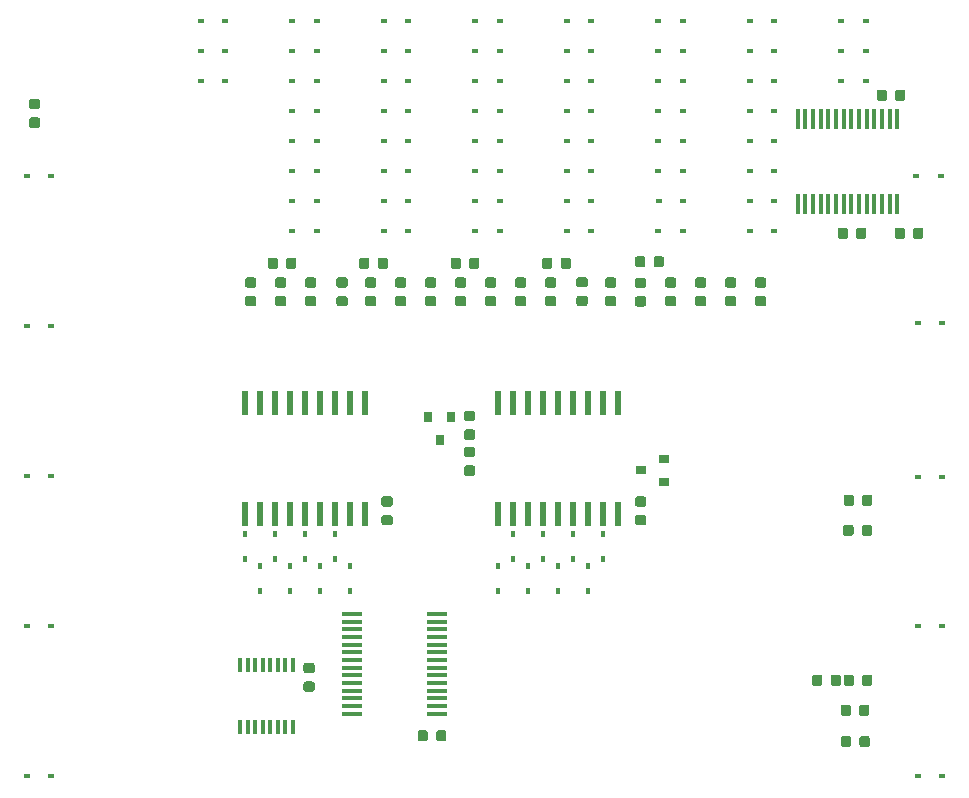
<source format=gbr>
%TF.GenerationSoftware,KiCad,Pcbnew,(5.1.5)-3*%
%TF.CreationDate,2020-02-14T17:13:17-06:00*%
%TF.ProjectId,Shield v.2,53686965-6c64-4207-962e-322e6b696361,rev?*%
%TF.SameCoordinates,Original*%
%TF.FileFunction,Paste,Top*%
%TF.FilePolarity,Positive*%
%FSLAX46Y46*%
G04 Gerber Fmt 4.6, Leading zero omitted, Abs format (unit mm)*
G04 Created by KiCad (PCBNEW (5.1.5)-3) date 2020-02-14 17:13:17*
%MOMM*%
%LPD*%
G04 APERTURE LIST*
%ADD10C,0.150000*%
%ADD11R,0.450000X0.600000*%
%ADD12R,0.600000X0.450000*%
%ADD13R,0.400000X1.200000*%
%ADD14R,0.450000X1.750000*%
%ADD15R,1.750000X0.450000*%
%ADD16R,0.600000X2.000000*%
%ADD17R,0.900000X0.800000*%
%ADD18R,0.800000X0.900000*%
G04 APERTURE END LIST*
D10*
%TO.C,R26*%
G36*
X123912691Y-79536053D02*
G01*
X123933926Y-79539203D01*
X123954750Y-79544419D01*
X123974962Y-79551651D01*
X123994368Y-79560830D01*
X124012781Y-79571866D01*
X124030024Y-79584654D01*
X124045930Y-79599070D01*
X124060346Y-79614976D01*
X124073134Y-79632219D01*
X124084170Y-79650632D01*
X124093349Y-79670038D01*
X124100581Y-79690250D01*
X124105797Y-79711074D01*
X124108947Y-79732309D01*
X124110000Y-79753750D01*
X124110000Y-80266250D01*
X124108947Y-80287691D01*
X124105797Y-80308926D01*
X124100581Y-80329750D01*
X124093349Y-80349962D01*
X124084170Y-80369368D01*
X124073134Y-80387781D01*
X124060346Y-80405024D01*
X124045930Y-80420930D01*
X124030024Y-80435346D01*
X124012781Y-80448134D01*
X123994368Y-80459170D01*
X123974962Y-80468349D01*
X123954750Y-80475581D01*
X123933926Y-80480797D01*
X123912691Y-80483947D01*
X123891250Y-80485000D01*
X123453750Y-80485000D01*
X123432309Y-80483947D01*
X123411074Y-80480797D01*
X123390250Y-80475581D01*
X123370038Y-80468349D01*
X123350632Y-80459170D01*
X123332219Y-80448134D01*
X123314976Y-80435346D01*
X123299070Y-80420930D01*
X123284654Y-80405024D01*
X123271866Y-80387781D01*
X123260830Y-80369368D01*
X123251651Y-80349962D01*
X123244419Y-80329750D01*
X123239203Y-80308926D01*
X123236053Y-80287691D01*
X123235000Y-80266250D01*
X123235000Y-79753750D01*
X123236053Y-79732309D01*
X123239203Y-79711074D01*
X123244419Y-79690250D01*
X123251651Y-79670038D01*
X123260830Y-79650632D01*
X123271866Y-79632219D01*
X123284654Y-79614976D01*
X123299070Y-79599070D01*
X123314976Y-79584654D01*
X123332219Y-79571866D01*
X123350632Y-79560830D01*
X123370038Y-79551651D01*
X123390250Y-79544419D01*
X123411074Y-79539203D01*
X123432309Y-79536053D01*
X123453750Y-79535000D01*
X123891250Y-79535000D01*
X123912691Y-79536053D01*
G37*
G36*
X125487691Y-79536053D02*
G01*
X125508926Y-79539203D01*
X125529750Y-79544419D01*
X125549962Y-79551651D01*
X125569368Y-79560830D01*
X125587781Y-79571866D01*
X125605024Y-79584654D01*
X125620930Y-79599070D01*
X125635346Y-79614976D01*
X125648134Y-79632219D01*
X125659170Y-79650632D01*
X125668349Y-79670038D01*
X125675581Y-79690250D01*
X125680797Y-79711074D01*
X125683947Y-79732309D01*
X125685000Y-79753750D01*
X125685000Y-80266250D01*
X125683947Y-80287691D01*
X125680797Y-80308926D01*
X125675581Y-80329750D01*
X125668349Y-80349962D01*
X125659170Y-80369368D01*
X125648134Y-80387781D01*
X125635346Y-80405024D01*
X125620930Y-80420930D01*
X125605024Y-80435346D01*
X125587781Y-80448134D01*
X125569368Y-80459170D01*
X125549962Y-80468349D01*
X125529750Y-80475581D01*
X125508926Y-80480797D01*
X125487691Y-80483947D01*
X125466250Y-80485000D01*
X125028750Y-80485000D01*
X125007309Y-80483947D01*
X124986074Y-80480797D01*
X124965250Y-80475581D01*
X124945038Y-80468349D01*
X124925632Y-80459170D01*
X124907219Y-80448134D01*
X124889976Y-80435346D01*
X124874070Y-80420930D01*
X124859654Y-80405024D01*
X124846866Y-80387781D01*
X124835830Y-80369368D01*
X124826651Y-80349962D01*
X124819419Y-80329750D01*
X124814203Y-80308926D01*
X124811053Y-80287691D01*
X124810000Y-80266250D01*
X124810000Y-79753750D01*
X124811053Y-79732309D01*
X124814203Y-79711074D01*
X124819419Y-79690250D01*
X124826651Y-79670038D01*
X124835830Y-79650632D01*
X124846866Y-79632219D01*
X124859654Y-79614976D01*
X124874070Y-79599070D01*
X124889976Y-79584654D01*
X124907219Y-79571866D01*
X124925632Y-79560830D01*
X124945038Y-79551651D01*
X124965250Y-79544419D01*
X124986074Y-79539203D01*
X125007309Y-79536053D01*
X125028750Y-79535000D01*
X125466250Y-79535000D01*
X125487691Y-79536053D01*
G37*
%TD*%
%TO.C,C1*%
G36*
X127023691Y-115413053D02*
G01*
X127044926Y-115416203D01*
X127065750Y-115421419D01*
X127085962Y-115428651D01*
X127105368Y-115437830D01*
X127123781Y-115448866D01*
X127141024Y-115461654D01*
X127156930Y-115476070D01*
X127171346Y-115491976D01*
X127184134Y-115509219D01*
X127195170Y-115527632D01*
X127204349Y-115547038D01*
X127211581Y-115567250D01*
X127216797Y-115588074D01*
X127219947Y-115609309D01*
X127221000Y-115630750D01*
X127221000Y-116068250D01*
X127219947Y-116089691D01*
X127216797Y-116110926D01*
X127211581Y-116131750D01*
X127204349Y-116151962D01*
X127195170Y-116171368D01*
X127184134Y-116189781D01*
X127171346Y-116207024D01*
X127156930Y-116222930D01*
X127141024Y-116237346D01*
X127123781Y-116250134D01*
X127105368Y-116261170D01*
X127085962Y-116270349D01*
X127065750Y-116277581D01*
X127044926Y-116282797D01*
X127023691Y-116285947D01*
X127002250Y-116287000D01*
X126489750Y-116287000D01*
X126468309Y-116285947D01*
X126447074Y-116282797D01*
X126426250Y-116277581D01*
X126406038Y-116270349D01*
X126386632Y-116261170D01*
X126368219Y-116250134D01*
X126350976Y-116237346D01*
X126335070Y-116222930D01*
X126320654Y-116207024D01*
X126307866Y-116189781D01*
X126296830Y-116171368D01*
X126287651Y-116151962D01*
X126280419Y-116131750D01*
X126275203Y-116110926D01*
X126272053Y-116089691D01*
X126271000Y-116068250D01*
X126271000Y-115630750D01*
X126272053Y-115609309D01*
X126275203Y-115588074D01*
X126280419Y-115567250D01*
X126287651Y-115547038D01*
X126296830Y-115527632D01*
X126307866Y-115509219D01*
X126320654Y-115491976D01*
X126335070Y-115476070D01*
X126350976Y-115461654D01*
X126368219Y-115448866D01*
X126386632Y-115437830D01*
X126406038Y-115428651D01*
X126426250Y-115421419D01*
X126447074Y-115416203D01*
X126468309Y-115413053D01*
X126489750Y-115412000D01*
X127002250Y-115412000D01*
X127023691Y-115413053D01*
G37*
G36*
X127023691Y-113838053D02*
G01*
X127044926Y-113841203D01*
X127065750Y-113846419D01*
X127085962Y-113853651D01*
X127105368Y-113862830D01*
X127123781Y-113873866D01*
X127141024Y-113886654D01*
X127156930Y-113901070D01*
X127171346Y-113916976D01*
X127184134Y-113934219D01*
X127195170Y-113952632D01*
X127204349Y-113972038D01*
X127211581Y-113992250D01*
X127216797Y-114013074D01*
X127219947Y-114034309D01*
X127221000Y-114055750D01*
X127221000Y-114493250D01*
X127219947Y-114514691D01*
X127216797Y-114535926D01*
X127211581Y-114556750D01*
X127204349Y-114576962D01*
X127195170Y-114596368D01*
X127184134Y-114614781D01*
X127171346Y-114632024D01*
X127156930Y-114647930D01*
X127141024Y-114662346D01*
X127123781Y-114675134D01*
X127105368Y-114686170D01*
X127085962Y-114695349D01*
X127065750Y-114702581D01*
X127044926Y-114707797D01*
X127023691Y-114710947D01*
X127002250Y-114712000D01*
X126489750Y-114712000D01*
X126468309Y-114710947D01*
X126447074Y-114707797D01*
X126426250Y-114702581D01*
X126406038Y-114695349D01*
X126386632Y-114686170D01*
X126368219Y-114675134D01*
X126350976Y-114662346D01*
X126335070Y-114647930D01*
X126320654Y-114632024D01*
X126307866Y-114614781D01*
X126296830Y-114596368D01*
X126287651Y-114576962D01*
X126280419Y-114556750D01*
X126275203Y-114535926D01*
X126272053Y-114514691D01*
X126271000Y-114493250D01*
X126271000Y-114055750D01*
X126272053Y-114034309D01*
X126275203Y-114013074D01*
X126280419Y-113992250D01*
X126287651Y-113972038D01*
X126296830Y-113952632D01*
X126307866Y-113934219D01*
X126320654Y-113916976D01*
X126335070Y-113901070D01*
X126350976Y-113886654D01*
X126368219Y-113873866D01*
X126386632Y-113862830D01*
X126406038Y-113853651D01*
X126426250Y-113846419D01*
X126447074Y-113841203D01*
X126468309Y-113838053D01*
X126489750Y-113837000D01*
X127002250Y-113837000D01*
X127023691Y-113838053D01*
G37*
%TD*%
%TO.C,C2*%
G36*
X175474691Y-65312053D02*
G01*
X175495926Y-65315203D01*
X175516750Y-65320419D01*
X175536962Y-65327651D01*
X175556368Y-65336830D01*
X175574781Y-65347866D01*
X175592024Y-65360654D01*
X175607930Y-65375070D01*
X175622346Y-65390976D01*
X175635134Y-65408219D01*
X175646170Y-65426632D01*
X175655349Y-65446038D01*
X175662581Y-65466250D01*
X175667797Y-65487074D01*
X175670947Y-65508309D01*
X175672000Y-65529750D01*
X175672000Y-66042250D01*
X175670947Y-66063691D01*
X175667797Y-66084926D01*
X175662581Y-66105750D01*
X175655349Y-66125962D01*
X175646170Y-66145368D01*
X175635134Y-66163781D01*
X175622346Y-66181024D01*
X175607930Y-66196930D01*
X175592024Y-66211346D01*
X175574781Y-66224134D01*
X175556368Y-66235170D01*
X175536962Y-66244349D01*
X175516750Y-66251581D01*
X175495926Y-66256797D01*
X175474691Y-66259947D01*
X175453250Y-66261000D01*
X175015750Y-66261000D01*
X174994309Y-66259947D01*
X174973074Y-66256797D01*
X174952250Y-66251581D01*
X174932038Y-66244349D01*
X174912632Y-66235170D01*
X174894219Y-66224134D01*
X174876976Y-66211346D01*
X174861070Y-66196930D01*
X174846654Y-66181024D01*
X174833866Y-66163781D01*
X174822830Y-66145368D01*
X174813651Y-66125962D01*
X174806419Y-66105750D01*
X174801203Y-66084926D01*
X174798053Y-66063691D01*
X174797000Y-66042250D01*
X174797000Y-65529750D01*
X174798053Y-65508309D01*
X174801203Y-65487074D01*
X174806419Y-65466250D01*
X174813651Y-65446038D01*
X174822830Y-65426632D01*
X174833866Y-65408219D01*
X174846654Y-65390976D01*
X174861070Y-65375070D01*
X174876976Y-65360654D01*
X174894219Y-65347866D01*
X174912632Y-65336830D01*
X174932038Y-65327651D01*
X174952250Y-65320419D01*
X174973074Y-65315203D01*
X174994309Y-65312053D01*
X175015750Y-65311000D01*
X175453250Y-65311000D01*
X175474691Y-65312053D01*
G37*
G36*
X177049691Y-65312053D02*
G01*
X177070926Y-65315203D01*
X177091750Y-65320419D01*
X177111962Y-65327651D01*
X177131368Y-65336830D01*
X177149781Y-65347866D01*
X177167024Y-65360654D01*
X177182930Y-65375070D01*
X177197346Y-65390976D01*
X177210134Y-65408219D01*
X177221170Y-65426632D01*
X177230349Y-65446038D01*
X177237581Y-65466250D01*
X177242797Y-65487074D01*
X177245947Y-65508309D01*
X177247000Y-65529750D01*
X177247000Y-66042250D01*
X177245947Y-66063691D01*
X177242797Y-66084926D01*
X177237581Y-66105750D01*
X177230349Y-66125962D01*
X177221170Y-66145368D01*
X177210134Y-66163781D01*
X177197346Y-66181024D01*
X177182930Y-66196930D01*
X177167024Y-66211346D01*
X177149781Y-66224134D01*
X177131368Y-66235170D01*
X177111962Y-66244349D01*
X177091750Y-66251581D01*
X177070926Y-66256797D01*
X177049691Y-66259947D01*
X177028250Y-66261000D01*
X176590750Y-66261000D01*
X176569309Y-66259947D01*
X176548074Y-66256797D01*
X176527250Y-66251581D01*
X176507038Y-66244349D01*
X176487632Y-66235170D01*
X176469219Y-66224134D01*
X176451976Y-66211346D01*
X176436070Y-66196930D01*
X176421654Y-66181024D01*
X176408866Y-66163781D01*
X176397830Y-66145368D01*
X176388651Y-66125962D01*
X176381419Y-66105750D01*
X176376203Y-66084926D01*
X176373053Y-66063691D01*
X176372000Y-66042250D01*
X176372000Y-65529750D01*
X176373053Y-65508309D01*
X176376203Y-65487074D01*
X176381419Y-65466250D01*
X176388651Y-65446038D01*
X176397830Y-65426632D01*
X176408866Y-65408219D01*
X176421654Y-65390976D01*
X176436070Y-65375070D01*
X176451976Y-65360654D01*
X176469219Y-65347866D01*
X176487632Y-65336830D01*
X176507038Y-65327651D01*
X176527250Y-65320419D01*
X176548074Y-65315203D01*
X176569309Y-65312053D01*
X176590750Y-65311000D01*
X177028250Y-65311000D01*
X177049691Y-65312053D01*
G37*
%TD*%
%TO.C,C3*%
G36*
X136612691Y-119541053D02*
G01*
X136633926Y-119544203D01*
X136654750Y-119549419D01*
X136674962Y-119556651D01*
X136694368Y-119565830D01*
X136712781Y-119576866D01*
X136730024Y-119589654D01*
X136745930Y-119604070D01*
X136760346Y-119619976D01*
X136773134Y-119637219D01*
X136784170Y-119655632D01*
X136793349Y-119675038D01*
X136800581Y-119695250D01*
X136805797Y-119716074D01*
X136808947Y-119737309D01*
X136810000Y-119758750D01*
X136810000Y-120271250D01*
X136808947Y-120292691D01*
X136805797Y-120313926D01*
X136800581Y-120334750D01*
X136793349Y-120354962D01*
X136784170Y-120374368D01*
X136773134Y-120392781D01*
X136760346Y-120410024D01*
X136745930Y-120425930D01*
X136730024Y-120440346D01*
X136712781Y-120453134D01*
X136694368Y-120464170D01*
X136674962Y-120473349D01*
X136654750Y-120480581D01*
X136633926Y-120485797D01*
X136612691Y-120488947D01*
X136591250Y-120490000D01*
X136153750Y-120490000D01*
X136132309Y-120488947D01*
X136111074Y-120485797D01*
X136090250Y-120480581D01*
X136070038Y-120473349D01*
X136050632Y-120464170D01*
X136032219Y-120453134D01*
X136014976Y-120440346D01*
X135999070Y-120425930D01*
X135984654Y-120410024D01*
X135971866Y-120392781D01*
X135960830Y-120374368D01*
X135951651Y-120354962D01*
X135944419Y-120334750D01*
X135939203Y-120313926D01*
X135936053Y-120292691D01*
X135935000Y-120271250D01*
X135935000Y-119758750D01*
X135936053Y-119737309D01*
X135939203Y-119716074D01*
X135944419Y-119695250D01*
X135951651Y-119675038D01*
X135960830Y-119655632D01*
X135971866Y-119637219D01*
X135984654Y-119619976D01*
X135999070Y-119604070D01*
X136014976Y-119589654D01*
X136032219Y-119576866D01*
X136050632Y-119565830D01*
X136070038Y-119556651D01*
X136090250Y-119549419D01*
X136111074Y-119544203D01*
X136132309Y-119541053D01*
X136153750Y-119540000D01*
X136591250Y-119540000D01*
X136612691Y-119541053D01*
G37*
G36*
X138187691Y-119541053D02*
G01*
X138208926Y-119544203D01*
X138229750Y-119549419D01*
X138249962Y-119556651D01*
X138269368Y-119565830D01*
X138287781Y-119576866D01*
X138305024Y-119589654D01*
X138320930Y-119604070D01*
X138335346Y-119619976D01*
X138348134Y-119637219D01*
X138359170Y-119655632D01*
X138368349Y-119675038D01*
X138375581Y-119695250D01*
X138380797Y-119716074D01*
X138383947Y-119737309D01*
X138385000Y-119758750D01*
X138385000Y-120271250D01*
X138383947Y-120292691D01*
X138380797Y-120313926D01*
X138375581Y-120334750D01*
X138368349Y-120354962D01*
X138359170Y-120374368D01*
X138348134Y-120392781D01*
X138335346Y-120410024D01*
X138320930Y-120425930D01*
X138305024Y-120440346D01*
X138287781Y-120453134D01*
X138269368Y-120464170D01*
X138249962Y-120473349D01*
X138229750Y-120480581D01*
X138208926Y-120485797D01*
X138187691Y-120488947D01*
X138166250Y-120490000D01*
X137728750Y-120490000D01*
X137707309Y-120488947D01*
X137686074Y-120485797D01*
X137665250Y-120480581D01*
X137645038Y-120473349D01*
X137625632Y-120464170D01*
X137607219Y-120453134D01*
X137589976Y-120440346D01*
X137574070Y-120425930D01*
X137559654Y-120410024D01*
X137546866Y-120392781D01*
X137535830Y-120374368D01*
X137526651Y-120354962D01*
X137519419Y-120334750D01*
X137514203Y-120313926D01*
X137511053Y-120292691D01*
X137510000Y-120271250D01*
X137510000Y-119758750D01*
X137511053Y-119737309D01*
X137514203Y-119716074D01*
X137519419Y-119695250D01*
X137526651Y-119675038D01*
X137535830Y-119655632D01*
X137546866Y-119637219D01*
X137559654Y-119619976D01*
X137574070Y-119604070D01*
X137589976Y-119589654D01*
X137607219Y-119576866D01*
X137625632Y-119565830D01*
X137645038Y-119556651D01*
X137665250Y-119549419D01*
X137686074Y-119544203D01*
X137707309Y-119541053D01*
X137728750Y-119540000D01*
X138166250Y-119540000D01*
X138187691Y-119541053D01*
G37*
%TD*%
%TO.C,C4*%
G36*
X155090691Y-99741053D02*
G01*
X155111926Y-99744203D01*
X155132750Y-99749419D01*
X155152962Y-99756651D01*
X155172368Y-99765830D01*
X155190781Y-99776866D01*
X155208024Y-99789654D01*
X155223930Y-99804070D01*
X155238346Y-99819976D01*
X155251134Y-99837219D01*
X155262170Y-99855632D01*
X155271349Y-99875038D01*
X155278581Y-99895250D01*
X155283797Y-99916074D01*
X155286947Y-99937309D01*
X155288000Y-99958750D01*
X155288000Y-100396250D01*
X155286947Y-100417691D01*
X155283797Y-100438926D01*
X155278581Y-100459750D01*
X155271349Y-100479962D01*
X155262170Y-100499368D01*
X155251134Y-100517781D01*
X155238346Y-100535024D01*
X155223930Y-100550930D01*
X155208024Y-100565346D01*
X155190781Y-100578134D01*
X155172368Y-100589170D01*
X155152962Y-100598349D01*
X155132750Y-100605581D01*
X155111926Y-100610797D01*
X155090691Y-100613947D01*
X155069250Y-100615000D01*
X154556750Y-100615000D01*
X154535309Y-100613947D01*
X154514074Y-100610797D01*
X154493250Y-100605581D01*
X154473038Y-100598349D01*
X154453632Y-100589170D01*
X154435219Y-100578134D01*
X154417976Y-100565346D01*
X154402070Y-100550930D01*
X154387654Y-100535024D01*
X154374866Y-100517781D01*
X154363830Y-100499368D01*
X154354651Y-100479962D01*
X154347419Y-100459750D01*
X154342203Y-100438926D01*
X154339053Y-100417691D01*
X154338000Y-100396250D01*
X154338000Y-99958750D01*
X154339053Y-99937309D01*
X154342203Y-99916074D01*
X154347419Y-99895250D01*
X154354651Y-99875038D01*
X154363830Y-99855632D01*
X154374866Y-99837219D01*
X154387654Y-99819976D01*
X154402070Y-99804070D01*
X154417976Y-99789654D01*
X154435219Y-99776866D01*
X154453632Y-99765830D01*
X154473038Y-99756651D01*
X154493250Y-99749419D01*
X154514074Y-99744203D01*
X154535309Y-99741053D01*
X154556750Y-99740000D01*
X155069250Y-99740000D01*
X155090691Y-99741053D01*
G37*
G36*
X155090691Y-101316053D02*
G01*
X155111926Y-101319203D01*
X155132750Y-101324419D01*
X155152962Y-101331651D01*
X155172368Y-101340830D01*
X155190781Y-101351866D01*
X155208024Y-101364654D01*
X155223930Y-101379070D01*
X155238346Y-101394976D01*
X155251134Y-101412219D01*
X155262170Y-101430632D01*
X155271349Y-101450038D01*
X155278581Y-101470250D01*
X155283797Y-101491074D01*
X155286947Y-101512309D01*
X155288000Y-101533750D01*
X155288000Y-101971250D01*
X155286947Y-101992691D01*
X155283797Y-102013926D01*
X155278581Y-102034750D01*
X155271349Y-102054962D01*
X155262170Y-102074368D01*
X155251134Y-102092781D01*
X155238346Y-102110024D01*
X155223930Y-102125930D01*
X155208024Y-102140346D01*
X155190781Y-102153134D01*
X155172368Y-102164170D01*
X155152962Y-102173349D01*
X155132750Y-102180581D01*
X155111926Y-102185797D01*
X155090691Y-102188947D01*
X155069250Y-102190000D01*
X154556750Y-102190000D01*
X154535309Y-102188947D01*
X154514074Y-102185797D01*
X154493250Y-102180581D01*
X154473038Y-102173349D01*
X154453632Y-102164170D01*
X154435219Y-102153134D01*
X154417976Y-102140346D01*
X154402070Y-102125930D01*
X154387654Y-102110024D01*
X154374866Y-102092781D01*
X154363830Y-102074368D01*
X154354651Y-102054962D01*
X154347419Y-102034750D01*
X154342203Y-102013926D01*
X154339053Y-101992691D01*
X154338000Y-101971250D01*
X154338000Y-101533750D01*
X154339053Y-101512309D01*
X154342203Y-101491074D01*
X154347419Y-101470250D01*
X154354651Y-101450038D01*
X154363830Y-101430632D01*
X154374866Y-101412219D01*
X154387654Y-101394976D01*
X154402070Y-101379070D01*
X154417976Y-101364654D01*
X154435219Y-101351866D01*
X154453632Y-101340830D01*
X154473038Y-101331651D01*
X154493250Y-101324419D01*
X154514074Y-101319203D01*
X154535309Y-101316053D01*
X154556750Y-101315000D01*
X155069250Y-101315000D01*
X155090691Y-101316053D01*
G37*
%TD*%
%TO.C,C5*%
G36*
X133627691Y-99741053D02*
G01*
X133648926Y-99744203D01*
X133669750Y-99749419D01*
X133689962Y-99756651D01*
X133709368Y-99765830D01*
X133727781Y-99776866D01*
X133745024Y-99789654D01*
X133760930Y-99804070D01*
X133775346Y-99819976D01*
X133788134Y-99837219D01*
X133799170Y-99855632D01*
X133808349Y-99875038D01*
X133815581Y-99895250D01*
X133820797Y-99916074D01*
X133823947Y-99937309D01*
X133825000Y-99958750D01*
X133825000Y-100396250D01*
X133823947Y-100417691D01*
X133820797Y-100438926D01*
X133815581Y-100459750D01*
X133808349Y-100479962D01*
X133799170Y-100499368D01*
X133788134Y-100517781D01*
X133775346Y-100535024D01*
X133760930Y-100550930D01*
X133745024Y-100565346D01*
X133727781Y-100578134D01*
X133709368Y-100589170D01*
X133689962Y-100598349D01*
X133669750Y-100605581D01*
X133648926Y-100610797D01*
X133627691Y-100613947D01*
X133606250Y-100615000D01*
X133093750Y-100615000D01*
X133072309Y-100613947D01*
X133051074Y-100610797D01*
X133030250Y-100605581D01*
X133010038Y-100598349D01*
X132990632Y-100589170D01*
X132972219Y-100578134D01*
X132954976Y-100565346D01*
X132939070Y-100550930D01*
X132924654Y-100535024D01*
X132911866Y-100517781D01*
X132900830Y-100499368D01*
X132891651Y-100479962D01*
X132884419Y-100459750D01*
X132879203Y-100438926D01*
X132876053Y-100417691D01*
X132875000Y-100396250D01*
X132875000Y-99958750D01*
X132876053Y-99937309D01*
X132879203Y-99916074D01*
X132884419Y-99895250D01*
X132891651Y-99875038D01*
X132900830Y-99855632D01*
X132911866Y-99837219D01*
X132924654Y-99819976D01*
X132939070Y-99804070D01*
X132954976Y-99789654D01*
X132972219Y-99776866D01*
X132990632Y-99765830D01*
X133010038Y-99756651D01*
X133030250Y-99749419D01*
X133051074Y-99744203D01*
X133072309Y-99741053D01*
X133093750Y-99740000D01*
X133606250Y-99740000D01*
X133627691Y-99741053D01*
G37*
G36*
X133627691Y-101316053D02*
G01*
X133648926Y-101319203D01*
X133669750Y-101324419D01*
X133689962Y-101331651D01*
X133709368Y-101340830D01*
X133727781Y-101351866D01*
X133745024Y-101364654D01*
X133760930Y-101379070D01*
X133775346Y-101394976D01*
X133788134Y-101412219D01*
X133799170Y-101430632D01*
X133808349Y-101450038D01*
X133815581Y-101470250D01*
X133820797Y-101491074D01*
X133823947Y-101512309D01*
X133825000Y-101533750D01*
X133825000Y-101971250D01*
X133823947Y-101992691D01*
X133820797Y-102013926D01*
X133815581Y-102034750D01*
X133808349Y-102054962D01*
X133799170Y-102074368D01*
X133788134Y-102092781D01*
X133775346Y-102110024D01*
X133760930Y-102125930D01*
X133745024Y-102140346D01*
X133727781Y-102153134D01*
X133709368Y-102164170D01*
X133689962Y-102173349D01*
X133669750Y-102180581D01*
X133648926Y-102185797D01*
X133627691Y-102188947D01*
X133606250Y-102190000D01*
X133093750Y-102190000D01*
X133072309Y-102188947D01*
X133051074Y-102185797D01*
X133030250Y-102180581D01*
X133010038Y-102173349D01*
X132990632Y-102164170D01*
X132972219Y-102153134D01*
X132954976Y-102140346D01*
X132939070Y-102125930D01*
X132924654Y-102110024D01*
X132911866Y-102092781D01*
X132900830Y-102074368D01*
X132891651Y-102054962D01*
X132884419Y-102034750D01*
X132879203Y-102013926D01*
X132876053Y-101992691D01*
X132875000Y-101971250D01*
X132875000Y-101533750D01*
X132876053Y-101512309D01*
X132879203Y-101491074D01*
X132884419Y-101470250D01*
X132891651Y-101450038D01*
X132900830Y-101430632D01*
X132911866Y-101412219D01*
X132924654Y-101394976D01*
X132939070Y-101379070D01*
X132954976Y-101364654D01*
X132972219Y-101351866D01*
X132990632Y-101340830D01*
X133010038Y-101331651D01*
X133030250Y-101324419D01*
X133051074Y-101319203D01*
X133072309Y-101316053D01*
X133093750Y-101315000D01*
X133606250Y-101315000D01*
X133627691Y-101316053D01*
G37*
%TD*%
D11*
%TO.C,D1*%
X142748000Y-107730000D03*
X142748000Y-105630000D03*
%TD*%
%TO.C,D2*%
X144018000Y-102963000D03*
X144018000Y-105063000D03*
%TD*%
%TO.C,D3*%
X145288000Y-107730000D03*
X145288000Y-105630000D03*
%TD*%
%TO.C,D4*%
X146558000Y-102963000D03*
X146558000Y-105063000D03*
%TD*%
%TO.C,D5*%
X147828000Y-107730000D03*
X147828000Y-105630000D03*
%TD*%
%TO.C,D6*%
X149098000Y-102963000D03*
X149098000Y-105063000D03*
%TD*%
%TO.C,D7*%
X150368000Y-107730000D03*
X150368000Y-105630000D03*
%TD*%
%TO.C,D8*%
X151638000Y-102963000D03*
X151638000Y-105063000D03*
%TD*%
%TO.C,D9*%
X121285000Y-105063000D03*
X121285000Y-102963000D03*
%TD*%
%TO.C,D10*%
X122555000Y-107730000D03*
X122555000Y-105630000D03*
%TD*%
%TO.C,D11*%
X123825000Y-105063000D03*
X123825000Y-102963000D03*
%TD*%
%TO.C,D12*%
X125095000Y-105630000D03*
X125095000Y-107730000D03*
%TD*%
%TO.C,D13*%
X126365000Y-105063000D03*
X126365000Y-102963000D03*
%TD*%
%TO.C,D14*%
X127635000Y-105630000D03*
X127635000Y-107730000D03*
%TD*%
%TO.C,D15*%
X128905000Y-105063000D03*
X128905000Y-102963000D03*
%TD*%
%TO.C,D16*%
X130175000Y-105630000D03*
X130175000Y-107730000D03*
%TD*%
D12*
%TO.C,D17*%
X102836000Y-123444000D03*
X104936000Y-123444000D03*
%TD*%
%TO.C,D18*%
X102836000Y-110744000D03*
X104936000Y-110744000D03*
%TD*%
%TO.C,D19*%
X104936000Y-98044000D03*
X102836000Y-98044000D03*
%TD*%
%TO.C,D20*%
X104936000Y-85344000D03*
X102836000Y-85344000D03*
%TD*%
%TO.C,D21*%
X104936000Y-72644000D03*
X102836000Y-72644000D03*
%TD*%
%TO.C,D22*%
X119668000Y-64579500D03*
X117568000Y-64579500D03*
%TD*%
%TO.C,D23*%
X119668000Y-62039500D03*
X117568000Y-62039500D03*
%TD*%
%TO.C,D24*%
X117568000Y-59499500D03*
X119668000Y-59499500D03*
%TD*%
%TO.C,D25*%
X127415000Y-77279500D03*
X125315000Y-77279500D03*
%TD*%
%TO.C,D26*%
X127415000Y-74739500D03*
X125315000Y-74739500D03*
%TD*%
%TO.C,D27*%
X127415000Y-72199500D03*
X125315000Y-72199500D03*
%TD*%
%TO.C,D28*%
X125315000Y-69659500D03*
X127415000Y-69659500D03*
%TD*%
%TO.C,D29*%
X125315000Y-67119500D03*
X127415000Y-67119500D03*
%TD*%
%TO.C,D30*%
X125315000Y-64579500D03*
X127415000Y-64579500D03*
%TD*%
%TO.C,D31*%
X127415000Y-62039500D03*
X125315000Y-62039500D03*
%TD*%
%TO.C,D32*%
X127415000Y-59499500D03*
X125315000Y-59499500D03*
%TD*%
%TO.C,D33*%
X135162000Y-77279500D03*
X133062000Y-77279500D03*
%TD*%
%TO.C,D34*%
X133062000Y-74739500D03*
X135162000Y-74739500D03*
%TD*%
%TO.C,D35*%
X133062000Y-72199500D03*
X135162000Y-72199500D03*
%TD*%
%TO.C,D36*%
X135162000Y-69659500D03*
X133062000Y-69659500D03*
%TD*%
%TO.C,D37*%
X135162000Y-67119500D03*
X133062000Y-67119500D03*
%TD*%
%TO.C,D38*%
X135162000Y-64579500D03*
X133062000Y-64579500D03*
%TD*%
%TO.C,D39*%
X133062000Y-62039500D03*
X135162000Y-62039500D03*
%TD*%
%TO.C,D40*%
X133062000Y-59499500D03*
X135162000Y-59499500D03*
%TD*%
%TO.C,D41*%
X140809000Y-77279500D03*
X142909000Y-77279500D03*
%TD*%
%TO.C,D42*%
X142909000Y-74739500D03*
X140809000Y-74739500D03*
%TD*%
%TO.C,D43*%
X140809000Y-72199500D03*
X142909000Y-72199500D03*
%TD*%
%TO.C,D44*%
X140809000Y-69659500D03*
X142909000Y-69659500D03*
%TD*%
%TO.C,D45*%
X140809000Y-67119500D03*
X142909000Y-67119500D03*
%TD*%
%TO.C,D46*%
X142909000Y-64579500D03*
X140809000Y-64579500D03*
%TD*%
%TO.C,D47*%
X142909000Y-62039500D03*
X140809000Y-62039500D03*
%TD*%
%TO.C,D48*%
X142909000Y-59499500D03*
X140809000Y-59499500D03*
%TD*%
%TO.C,D49*%
X150656000Y-77279500D03*
X148556000Y-77279500D03*
%TD*%
%TO.C,D50*%
X148556000Y-74739500D03*
X150656000Y-74739500D03*
%TD*%
%TO.C,D51*%
X148556000Y-72199500D03*
X150656000Y-72199500D03*
%TD*%
%TO.C,D52*%
X150656000Y-69659500D03*
X148556000Y-69659500D03*
%TD*%
%TO.C,D53*%
X150656000Y-67119500D03*
X148556000Y-67119500D03*
%TD*%
%TO.C,D54*%
X148556000Y-64579500D03*
X150656000Y-64579500D03*
%TD*%
%TO.C,D55*%
X148556000Y-62039500D03*
X150656000Y-62039500D03*
%TD*%
%TO.C,D56*%
X148556000Y-59499500D03*
X150656000Y-59499500D03*
%TD*%
%TO.C,D57*%
X156303000Y-77279500D03*
X158403000Y-77279500D03*
%TD*%
%TO.C,D58*%
X158437000Y-74739500D03*
X156337000Y-74739500D03*
%TD*%
%TO.C,D59*%
X156303000Y-72199500D03*
X158403000Y-72199500D03*
%TD*%
%TO.C,D60*%
X156303000Y-69659500D03*
X158403000Y-69659500D03*
%TD*%
%TO.C,D61*%
X156303000Y-67119500D03*
X158403000Y-67119500D03*
%TD*%
%TO.C,D62*%
X158403000Y-64579500D03*
X156303000Y-64579500D03*
%TD*%
%TO.C,D63*%
X158403000Y-62039500D03*
X156303000Y-62039500D03*
%TD*%
%TO.C,D64*%
X158403000Y-59499500D03*
X156303000Y-59499500D03*
%TD*%
%TO.C,D65*%
X164050000Y-77279500D03*
X166150000Y-77279500D03*
%TD*%
%TO.C,D66*%
X164050000Y-74739500D03*
X166150000Y-74739500D03*
%TD*%
%TO.C,D67*%
X166150000Y-72199500D03*
X164050000Y-72199500D03*
%TD*%
%TO.C,D68*%
X166150000Y-69659500D03*
X164050000Y-69659500D03*
%TD*%
%TO.C,D69*%
X166150000Y-67119500D03*
X164050000Y-67119500D03*
%TD*%
%TO.C,D70*%
X166150000Y-64579500D03*
X164050000Y-64579500D03*
%TD*%
%TO.C,D71*%
X164050000Y-62039500D03*
X166150000Y-62039500D03*
%TD*%
%TO.C,D72*%
X164050000Y-59499500D03*
X166150000Y-59499500D03*
%TD*%
%TO.C,D73*%
X178274000Y-123444000D03*
X180374000Y-123444000D03*
%TD*%
%TO.C,D74*%
X180374000Y-110744000D03*
X178274000Y-110744000D03*
%TD*%
%TO.C,D75*%
X180374000Y-98107500D03*
X178274000Y-98107500D03*
%TD*%
%TO.C,D76*%
X178274000Y-85090000D03*
X180374000Y-85090000D03*
%TD*%
%TO.C,D77*%
X180247000Y-72644000D03*
X178147000Y-72644000D03*
%TD*%
%TO.C,D78*%
X171797000Y-64579500D03*
X173897000Y-64579500D03*
%TD*%
%TO.C,D79*%
X173897000Y-62039500D03*
X171797000Y-62039500D03*
%TD*%
%TO.C,D80*%
X171797000Y-59499500D03*
X173897000Y-59499500D03*
%TD*%
D10*
%TO.C,R1*%
G36*
X172655191Y-102142053D02*
G01*
X172676426Y-102145203D01*
X172697250Y-102150419D01*
X172717462Y-102157651D01*
X172736868Y-102166830D01*
X172755281Y-102177866D01*
X172772524Y-102190654D01*
X172788430Y-102205070D01*
X172802846Y-102220976D01*
X172815634Y-102238219D01*
X172826670Y-102256632D01*
X172835849Y-102276038D01*
X172843081Y-102296250D01*
X172848297Y-102317074D01*
X172851447Y-102338309D01*
X172852500Y-102359750D01*
X172852500Y-102872250D01*
X172851447Y-102893691D01*
X172848297Y-102914926D01*
X172843081Y-102935750D01*
X172835849Y-102955962D01*
X172826670Y-102975368D01*
X172815634Y-102993781D01*
X172802846Y-103011024D01*
X172788430Y-103026930D01*
X172772524Y-103041346D01*
X172755281Y-103054134D01*
X172736868Y-103065170D01*
X172717462Y-103074349D01*
X172697250Y-103081581D01*
X172676426Y-103086797D01*
X172655191Y-103089947D01*
X172633750Y-103091000D01*
X172196250Y-103091000D01*
X172174809Y-103089947D01*
X172153574Y-103086797D01*
X172132750Y-103081581D01*
X172112538Y-103074349D01*
X172093132Y-103065170D01*
X172074719Y-103054134D01*
X172057476Y-103041346D01*
X172041570Y-103026930D01*
X172027154Y-103011024D01*
X172014366Y-102993781D01*
X172003330Y-102975368D01*
X171994151Y-102955962D01*
X171986919Y-102935750D01*
X171981703Y-102914926D01*
X171978553Y-102893691D01*
X171977500Y-102872250D01*
X171977500Y-102359750D01*
X171978553Y-102338309D01*
X171981703Y-102317074D01*
X171986919Y-102296250D01*
X171994151Y-102276038D01*
X172003330Y-102256632D01*
X172014366Y-102238219D01*
X172027154Y-102220976D01*
X172041570Y-102205070D01*
X172057476Y-102190654D01*
X172074719Y-102177866D01*
X172093132Y-102166830D01*
X172112538Y-102157651D01*
X172132750Y-102150419D01*
X172153574Y-102145203D01*
X172174809Y-102142053D01*
X172196250Y-102141000D01*
X172633750Y-102141000D01*
X172655191Y-102142053D01*
G37*
G36*
X174230191Y-102142053D02*
G01*
X174251426Y-102145203D01*
X174272250Y-102150419D01*
X174292462Y-102157651D01*
X174311868Y-102166830D01*
X174330281Y-102177866D01*
X174347524Y-102190654D01*
X174363430Y-102205070D01*
X174377846Y-102220976D01*
X174390634Y-102238219D01*
X174401670Y-102256632D01*
X174410849Y-102276038D01*
X174418081Y-102296250D01*
X174423297Y-102317074D01*
X174426447Y-102338309D01*
X174427500Y-102359750D01*
X174427500Y-102872250D01*
X174426447Y-102893691D01*
X174423297Y-102914926D01*
X174418081Y-102935750D01*
X174410849Y-102955962D01*
X174401670Y-102975368D01*
X174390634Y-102993781D01*
X174377846Y-103011024D01*
X174363430Y-103026930D01*
X174347524Y-103041346D01*
X174330281Y-103054134D01*
X174311868Y-103065170D01*
X174292462Y-103074349D01*
X174272250Y-103081581D01*
X174251426Y-103086797D01*
X174230191Y-103089947D01*
X174208750Y-103091000D01*
X173771250Y-103091000D01*
X173749809Y-103089947D01*
X173728574Y-103086797D01*
X173707750Y-103081581D01*
X173687538Y-103074349D01*
X173668132Y-103065170D01*
X173649719Y-103054134D01*
X173632476Y-103041346D01*
X173616570Y-103026930D01*
X173602154Y-103011024D01*
X173589366Y-102993781D01*
X173578330Y-102975368D01*
X173569151Y-102955962D01*
X173561919Y-102935750D01*
X173556703Y-102914926D01*
X173553553Y-102893691D01*
X173552500Y-102872250D01*
X173552500Y-102359750D01*
X173553553Y-102338309D01*
X173556703Y-102317074D01*
X173561919Y-102296250D01*
X173569151Y-102276038D01*
X173578330Y-102256632D01*
X173589366Y-102238219D01*
X173602154Y-102220976D01*
X173616570Y-102205070D01*
X173632476Y-102190654D01*
X173649719Y-102177866D01*
X173668132Y-102166830D01*
X173687538Y-102157651D01*
X173707750Y-102150419D01*
X173728574Y-102145203D01*
X173749809Y-102142053D01*
X173771250Y-102141000D01*
X174208750Y-102141000D01*
X174230191Y-102142053D01*
G37*
%TD*%
%TO.C,R2*%
G36*
X174255691Y-99602053D02*
G01*
X174276926Y-99605203D01*
X174297750Y-99610419D01*
X174317962Y-99617651D01*
X174337368Y-99626830D01*
X174355781Y-99637866D01*
X174373024Y-99650654D01*
X174388930Y-99665070D01*
X174403346Y-99680976D01*
X174416134Y-99698219D01*
X174427170Y-99716632D01*
X174436349Y-99736038D01*
X174443581Y-99756250D01*
X174448797Y-99777074D01*
X174451947Y-99798309D01*
X174453000Y-99819750D01*
X174453000Y-100332250D01*
X174451947Y-100353691D01*
X174448797Y-100374926D01*
X174443581Y-100395750D01*
X174436349Y-100415962D01*
X174427170Y-100435368D01*
X174416134Y-100453781D01*
X174403346Y-100471024D01*
X174388930Y-100486930D01*
X174373024Y-100501346D01*
X174355781Y-100514134D01*
X174337368Y-100525170D01*
X174317962Y-100534349D01*
X174297750Y-100541581D01*
X174276926Y-100546797D01*
X174255691Y-100549947D01*
X174234250Y-100551000D01*
X173796750Y-100551000D01*
X173775309Y-100549947D01*
X173754074Y-100546797D01*
X173733250Y-100541581D01*
X173713038Y-100534349D01*
X173693632Y-100525170D01*
X173675219Y-100514134D01*
X173657976Y-100501346D01*
X173642070Y-100486930D01*
X173627654Y-100471024D01*
X173614866Y-100453781D01*
X173603830Y-100435368D01*
X173594651Y-100415962D01*
X173587419Y-100395750D01*
X173582203Y-100374926D01*
X173579053Y-100353691D01*
X173578000Y-100332250D01*
X173578000Y-99819750D01*
X173579053Y-99798309D01*
X173582203Y-99777074D01*
X173587419Y-99756250D01*
X173594651Y-99736038D01*
X173603830Y-99716632D01*
X173614866Y-99698219D01*
X173627654Y-99680976D01*
X173642070Y-99665070D01*
X173657976Y-99650654D01*
X173675219Y-99637866D01*
X173693632Y-99626830D01*
X173713038Y-99617651D01*
X173733250Y-99610419D01*
X173754074Y-99605203D01*
X173775309Y-99602053D01*
X173796750Y-99601000D01*
X174234250Y-99601000D01*
X174255691Y-99602053D01*
G37*
G36*
X172680691Y-99602053D02*
G01*
X172701926Y-99605203D01*
X172722750Y-99610419D01*
X172742962Y-99617651D01*
X172762368Y-99626830D01*
X172780781Y-99637866D01*
X172798024Y-99650654D01*
X172813930Y-99665070D01*
X172828346Y-99680976D01*
X172841134Y-99698219D01*
X172852170Y-99716632D01*
X172861349Y-99736038D01*
X172868581Y-99756250D01*
X172873797Y-99777074D01*
X172876947Y-99798309D01*
X172878000Y-99819750D01*
X172878000Y-100332250D01*
X172876947Y-100353691D01*
X172873797Y-100374926D01*
X172868581Y-100395750D01*
X172861349Y-100415962D01*
X172852170Y-100435368D01*
X172841134Y-100453781D01*
X172828346Y-100471024D01*
X172813930Y-100486930D01*
X172798024Y-100501346D01*
X172780781Y-100514134D01*
X172762368Y-100525170D01*
X172742962Y-100534349D01*
X172722750Y-100541581D01*
X172701926Y-100546797D01*
X172680691Y-100549947D01*
X172659250Y-100551000D01*
X172221750Y-100551000D01*
X172200309Y-100549947D01*
X172179074Y-100546797D01*
X172158250Y-100541581D01*
X172138038Y-100534349D01*
X172118632Y-100525170D01*
X172100219Y-100514134D01*
X172082976Y-100501346D01*
X172067070Y-100486930D01*
X172052654Y-100471024D01*
X172039866Y-100453781D01*
X172028830Y-100435368D01*
X172019651Y-100415962D01*
X172012419Y-100395750D01*
X172007203Y-100374926D01*
X172004053Y-100353691D01*
X172003000Y-100332250D01*
X172003000Y-99819750D01*
X172004053Y-99798309D01*
X172007203Y-99777074D01*
X172012419Y-99756250D01*
X172019651Y-99736038D01*
X172028830Y-99716632D01*
X172039866Y-99698219D01*
X172052654Y-99680976D01*
X172067070Y-99665070D01*
X172082976Y-99650654D01*
X172100219Y-99637866D01*
X172118632Y-99626830D01*
X172138038Y-99617651D01*
X172158250Y-99610419D01*
X172179074Y-99605203D01*
X172200309Y-99602053D01*
X172221750Y-99601000D01*
X172659250Y-99601000D01*
X172680691Y-99602053D01*
G37*
%TD*%
%TO.C,R3*%
G36*
X165250691Y-81199053D02*
G01*
X165271926Y-81202203D01*
X165292750Y-81207419D01*
X165312962Y-81214651D01*
X165332368Y-81223830D01*
X165350781Y-81234866D01*
X165368024Y-81247654D01*
X165383930Y-81262070D01*
X165398346Y-81277976D01*
X165411134Y-81295219D01*
X165422170Y-81313632D01*
X165431349Y-81333038D01*
X165438581Y-81353250D01*
X165443797Y-81374074D01*
X165446947Y-81395309D01*
X165448000Y-81416750D01*
X165448000Y-81854250D01*
X165446947Y-81875691D01*
X165443797Y-81896926D01*
X165438581Y-81917750D01*
X165431349Y-81937962D01*
X165422170Y-81957368D01*
X165411134Y-81975781D01*
X165398346Y-81993024D01*
X165383930Y-82008930D01*
X165368024Y-82023346D01*
X165350781Y-82036134D01*
X165332368Y-82047170D01*
X165312962Y-82056349D01*
X165292750Y-82063581D01*
X165271926Y-82068797D01*
X165250691Y-82071947D01*
X165229250Y-82073000D01*
X164716750Y-82073000D01*
X164695309Y-82071947D01*
X164674074Y-82068797D01*
X164653250Y-82063581D01*
X164633038Y-82056349D01*
X164613632Y-82047170D01*
X164595219Y-82036134D01*
X164577976Y-82023346D01*
X164562070Y-82008930D01*
X164547654Y-81993024D01*
X164534866Y-81975781D01*
X164523830Y-81957368D01*
X164514651Y-81937962D01*
X164507419Y-81917750D01*
X164502203Y-81896926D01*
X164499053Y-81875691D01*
X164498000Y-81854250D01*
X164498000Y-81416750D01*
X164499053Y-81395309D01*
X164502203Y-81374074D01*
X164507419Y-81353250D01*
X164514651Y-81333038D01*
X164523830Y-81313632D01*
X164534866Y-81295219D01*
X164547654Y-81277976D01*
X164562070Y-81262070D01*
X164577976Y-81247654D01*
X164595219Y-81234866D01*
X164613632Y-81223830D01*
X164633038Y-81214651D01*
X164653250Y-81207419D01*
X164674074Y-81202203D01*
X164695309Y-81199053D01*
X164716750Y-81198000D01*
X165229250Y-81198000D01*
X165250691Y-81199053D01*
G37*
G36*
X165250691Y-82774053D02*
G01*
X165271926Y-82777203D01*
X165292750Y-82782419D01*
X165312962Y-82789651D01*
X165332368Y-82798830D01*
X165350781Y-82809866D01*
X165368024Y-82822654D01*
X165383930Y-82837070D01*
X165398346Y-82852976D01*
X165411134Y-82870219D01*
X165422170Y-82888632D01*
X165431349Y-82908038D01*
X165438581Y-82928250D01*
X165443797Y-82949074D01*
X165446947Y-82970309D01*
X165448000Y-82991750D01*
X165448000Y-83429250D01*
X165446947Y-83450691D01*
X165443797Y-83471926D01*
X165438581Y-83492750D01*
X165431349Y-83512962D01*
X165422170Y-83532368D01*
X165411134Y-83550781D01*
X165398346Y-83568024D01*
X165383930Y-83583930D01*
X165368024Y-83598346D01*
X165350781Y-83611134D01*
X165332368Y-83622170D01*
X165312962Y-83631349D01*
X165292750Y-83638581D01*
X165271926Y-83643797D01*
X165250691Y-83646947D01*
X165229250Y-83648000D01*
X164716750Y-83648000D01*
X164695309Y-83646947D01*
X164674074Y-83643797D01*
X164653250Y-83638581D01*
X164633038Y-83631349D01*
X164613632Y-83622170D01*
X164595219Y-83611134D01*
X164577976Y-83598346D01*
X164562070Y-83583930D01*
X164547654Y-83568024D01*
X164534866Y-83550781D01*
X164523830Y-83532368D01*
X164514651Y-83512962D01*
X164507419Y-83492750D01*
X164502203Y-83471926D01*
X164499053Y-83450691D01*
X164498000Y-83429250D01*
X164498000Y-82991750D01*
X164499053Y-82970309D01*
X164502203Y-82949074D01*
X164507419Y-82928250D01*
X164514651Y-82908038D01*
X164523830Y-82888632D01*
X164534866Y-82870219D01*
X164547654Y-82852976D01*
X164562070Y-82837070D01*
X164577976Y-82822654D01*
X164595219Y-82809866D01*
X164613632Y-82798830D01*
X164633038Y-82789651D01*
X164653250Y-82782419D01*
X164674074Y-82777203D01*
X164695309Y-82774053D01*
X164716750Y-82773000D01*
X165229250Y-82773000D01*
X165250691Y-82774053D01*
G37*
%TD*%
%TO.C,R4*%
G36*
X162710691Y-82774053D02*
G01*
X162731926Y-82777203D01*
X162752750Y-82782419D01*
X162772962Y-82789651D01*
X162792368Y-82798830D01*
X162810781Y-82809866D01*
X162828024Y-82822654D01*
X162843930Y-82837070D01*
X162858346Y-82852976D01*
X162871134Y-82870219D01*
X162882170Y-82888632D01*
X162891349Y-82908038D01*
X162898581Y-82928250D01*
X162903797Y-82949074D01*
X162906947Y-82970309D01*
X162908000Y-82991750D01*
X162908000Y-83429250D01*
X162906947Y-83450691D01*
X162903797Y-83471926D01*
X162898581Y-83492750D01*
X162891349Y-83512962D01*
X162882170Y-83532368D01*
X162871134Y-83550781D01*
X162858346Y-83568024D01*
X162843930Y-83583930D01*
X162828024Y-83598346D01*
X162810781Y-83611134D01*
X162792368Y-83622170D01*
X162772962Y-83631349D01*
X162752750Y-83638581D01*
X162731926Y-83643797D01*
X162710691Y-83646947D01*
X162689250Y-83648000D01*
X162176750Y-83648000D01*
X162155309Y-83646947D01*
X162134074Y-83643797D01*
X162113250Y-83638581D01*
X162093038Y-83631349D01*
X162073632Y-83622170D01*
X162055219Y-83611134D01*
X162037976Y-83598346D01*
X162022070Y-83583930D01*
X162007654Y-83568024D01*
X161994866Y-83550781D01*
X161983830Y-83532368D01*
X161974651Y-83512962D01*
X161967419Y-83492750D01*
X161962203Y-83471926D01*
X161959053Y-83450691D01*
X161958000Y-83429250D01*
X161958000Y-82991750D01*
X161959053Y-82970309D01*
X161962203Y-82949074D01*
X161967419Y-82928250D01*
X161974651Y-82908038D01*
X161983830Y-82888632D01*
X161994866Y-82870219D01*
X162007654Y-82852976D01*
X162022070Y-82837070D01*
X162037976Y-82822654D01*
X162055219Y-82809866D01*
X162073632Y-82798830D01*
X162093038Y-82789651D01*
X162113250Y-82782419D01*
X162134074Y-82777203D01*
X162155309Y-82774053D01*
X162176750Y-82773000D01*
X162689250Y-82773000D01*
X162710691Y-82774053D01*
G37*
G36*
X162710691Y-81199053D02*
G01*
X162731926Y-81202203D01*
X162752750Y-81207419D01*
X162772962Y-81214651D01*
X162792368Y-81223830D01*
X162810781Y-81234866D01*
X162828024Y-81247654D01*
X162843930Y-81262070D01*
X162858346Y-81277976D01*
X162871134Y-81295219D01*
X162882170Y-81313632D01*
X162891349Y-81333038D01*
X162898581Y-81353250D01*
X162903797Y-81374074D01*
X162906947Y-81395309D01*
X162908000Y-81416750D01*
X162908000Y-81854250D01*
X162906947Y-81875691D01*
X162903797Y-81896926D01*
X162898581Y-81917750D01*
X162891349Y-81937962D01*
X162882170Y-81957368D01*
X162871134Y-81975781D01*
X162858346Y-81993024D01*
X162843930Y-82008930D01*
X162828024Y-82023346D01*
X162810781Y-82036134D01*
X162792368Y-82047170D01*
X162772962Y-82056349D01*
X162752750Y-82063581D01*
X162731926Y-82068797D01*
X162710691Y-82071947D01*
X162689250Y-82073000D01*
X162176750Y-82073000D01*
X162155309Y-82071947D01*
X162134074Y-82068797D01*
X162113250Y-82063581D01*
X162093038Y-82056349D01*
X162073632Y-82047170D01*
X162055219Y-82036134D01*
X162037976Y-82023346D01*
X162022070Y-82008930D01*
X162007654Y-81993024D01*
X161994866Y-81975781D01*
X161983830Y-81957368D01*
X161974651Y-81937962D01*
X161967419Y-81917750D01*
X161962203Y-81896926D01*
X161959053Y-81875691D01*
X161958000Y-81854250D01*
X161958000Y-81416750D01*
X161959053Y-81395309D01*
X161962203Y-81374074D01*
X161967419Y-81353250D01*
X161974651Y-81333038D01*
X161983830Y-81313632D01*
X161994866Y-81295219D01*
X162007654Y-81277976D01*
X162022070Y-81262070D01*
X162037976Y-81247654D01*
X162055219Y-81234866D01*
X162073632Y-81223830D01*
X162093038Y-81214651D01*
X162113250Y-81207419D01*
X162134074Y-81202203D01*
X162155309Y-81199053D01*
X162176750Y-81198000D01*
X162689250Y-81198000D01*
X162710691Y-81199053D01*
G37*
%TD*%
%TO.C,R5*%
G36*
X160170691Y-81199053D02*
G01*
X160191926Y-81202203D01*
X160212750Y-81207419D01*
X160232962Y-81214651D01*
X160252368Y-81223830D01*
X160270781Y-81234866D01*
X160288024Y-81247654D01*
X160303930Y-81262070D01*
X160318346Y-81277976D01*
X160331134Y-81295219D01*
X160342170Y-81313632D01*
X160351349Y-81333038D01*
X160358581Y-81353250D01*
X160363797Y-81374074D01*
X160366947Y-81395309D01*
X160368000Y-81416750D01*
X160368000Y-81854250D01*
X160366947Y-81875691D01*
X160363797Y-81896926D01*
X160358581Y-81917750D01*
X160351349Y-81937962D01*
X160342170Y-81957368D01*
X160331134Y-81975781D01*
X160318346Y-81993024D01*
X160303930Y-82008930D01*
X160288024Y-82023346D01*
X160270781Y-82036134D01*
X160252368Y-82047170D01*
X160232962Y-82056349D01*
X160212750Y-82063581D01*
X160191926Y-82068797D01*
X160170691Y-82071947D01*
X160149250Y-82073000D01*
X159636750Y-82073000D01*
X159615309Y-82071947D01*
X159594074Y-82068797D01*
X159573250Y-82063581D01*
X159553038Y-82056349D01*
X159533632Y-82047170D01*
X159515219Y-82036134D01*
X159497976Y-82023346D01*
X159482070Y-82008930D01*
X159467654Y-81993024D01*
X159454866Y-81975781D01*
X159443830Y-81957368D01*
X159434651Y-81937962D01*
X159427419Y-81917750D01*
X159422203Y-81896926D01*
X159419053Y-81875691D01*
X159418000Y-81854250D01*
X159418000Y-81416750D01*
X159419053Y-81395309D01*
X159422203Y-81374074D01*
X159427419Y-81353250D01*
X159434651Y-81333038D01*
X159443830Y-81313632D01*
X159454866Y-81295219D01*
X159467654Y-81277976D01*
X159482070Y-81262070D01*
X159497976Y-81247654D01*
X159515219Y-81234866D01*
X159533632Y-81223830D01*
X159553038Y-81214651D01*
X159573250Y-81207419D01*
X159594074Y-81202203D01*
X159615309Y-81199053D01*
X159636750Y-81198000D01*
X160149250Y-81198000D01*
X160170691Y-81199053D01*
G37*
G36*
X160170691Y-82774053D02*
G01*
X160191926Y-82777203D01*
X160212750Y-82782419D01*
X160232962Y-82789651D01*
X160252368Y-82798830D01*
X160270781Y-82809866D01*
X160288024Y-82822654D01*
X160303930Y-82837070D01*
X160318346Y-82852976D01*
X160331134Y-82870219D01*
X160342170Y-82888632D01*
X160351349Y-82908038D01*
X160358581Y-82928250D01*
X160363797Y-82949074D01*
X160366947Y-82970309D01*
X160368000Y-82991750D01*
X160368000Y-83429250D01*
X160366947Y-83450691D01*
X160363797Y-83471926D01*
X160358581Y-83492750D01*
X160351349Y-83512962D01*
X160342170Y-83532368D01*
X160331134Y-83550781D01*
X160318346Y-83568024D01*
X160303930Y-83583930D01*
X160288024Y-83598346D01*
X160270781Y-83611134D01*
X160252368Y-83622170D01*
X160232962Y-83631349D01*
X160212750Y-83638581D01*
X160191926Y-83643797D01*
X160170691Y-83646947D01*
X160149250Y-83648000D01*
X159636750Y-83648000D01*
X159615309Y-83646947D01*
X159594074Y-83643797D01*
X159573250Y-83638581D01*
X159553038Y-83631349D01*
X159533632Y-83622170D01*
X159515219Y-83611134D01*
X159497976Y-83598346D01*
X159482070Y-83583930D01*
X159467654Y-83568024D01*
X159454866Y-83550781D01*
X159443830Y-83532368D01*
X159434651Y-83512962D01*
X159427419Y-83492750D01*
X159422203Y-83471926D01*
X159419053Y-83450691D01*
X159418000Y-83429250D01*
X159418000Y-82991750D01*
X159419053Y-82970309D01*
X159422203Y-82949074D01*
X159427419Y-82928250D01*
X159434651Y-82908038D01*
X159443830Y-82888632D01*
X159454866Y-82870219D01*
X159467654Y-82852976D01*
X159482070Y-82837070D01*
X159497976Y-82822654D01*
X159515219Y-82809866D01*
X159533632Y-82798830D01*
X159553038Y-82789651D01*
X159573250Y-82782419D01*
X159594074Y-82777203D01*
X159615309Y-82774053D01*
X159636750Y-82773000D01*
X160149250Y-82773000D01*
X160170691Y-82774053D01*
G37*
%TD*%
%TO.C,R6*%
G36*
X157630691Y-81199053D02*
G01*
X157651926Y-81202203D01*
X157672750Y-81207419D01*
X157692962Y-81214651D01*
X157712368Y-81223830D01*
X157730781Y-81234866D01*
X157748024Y-81247654D01*
X157763930Y-81262070D01*
X157778346Y-81277976D01*
X157791134Y-81295219D01*
X157802170Y-81313632D01*
X157811349Y-81333038D01*
X157818581Y-81353250D01*
X157823797Y-81374074D01*
X157826947Y-81395309D01*
X157828000Y-81416750D01*
X157828000Y-81854250D01*
X157826947Y-81875691D01*
X157823797Y-81896926D01*
X157818581Y-81917750D01*
X157811349Y-81937962D01*
X157802170Y-81957368D01*
X157791134Y-81975781D01*
X157778346Y-81993024D01*
X157763930Y-82008930D01*
X157748024Y-82023346D01*
X157730781Y-82036134D01*
X157712368Y-82047170D01*
X157692962Y-82056349D01*
X157672750Y-82063581D01*
X157651926Y-82068797D01*
X157630691Y-82071947D01*
X157609250Y-82073000D01*
X157096750Y-82073000D01*
X157075309Y-82071947D01*
X157054074Y-82068797D01*
X157033250Y-82063581D01*
X157013038Y-82056349D01*
X156993632Y-82047170D01*
X156975219Y-82036134D01*
X156957976Y-82023346D01*
X156942070Y-82008930D01*
X156927654Y-81993024D01*
X156914866Y-81975781D01*
X156903830Y-81957368D01*
X156894651Y-81937962D01*
X156887419Y-81917750D01*
X156882203Y-81896926D01*
X156879053Y-81875691D01*
X156878000Y-81854250D01*
X156878000Y-81416750D01*
X156879053Y-81395309D01*
X156882203Y-81374074D01*
X156887419Y-81353250D01*
X156894651Y-81333038D01*
X156903830Y-81313632D01*
X156914866Y-81295219D01*
X156927654Y-81277976D01*
X156942070Y-81262070D01*
X156957976Y-81247654D01*
X156975219Y-81234866D01*
X156993632Y-81223830D01*
X157013038Y-81214651D01*
X157033250Y-81207419D01*
X157054074Y-81202203D01*
X157075309Y-81199053D01*
X157096750Y-81198000D01*
X157609250Y-81198000D01*
X157630691Y-81199053D01*
G37*
G36*
X157630691Y-82774053D02*
G01*
X157651926Y-82777203D01*
X157672750Y-82782419D01*
X157692962Y-82789651D01*
X157712368Y-82798830D01*
X157730781Y-82809866D01*
X157748024Y-82822654D01*
X157763930Y-82837070D01*
X157778346Y-82852976D01*
X157791134Y-82870219D01*
X157802170Y-82888632D01*
X157811349Y-82908038D01*
X157818581Y-82928250D01*
X157823797Y-82949074D01*
X157826947Y-82970309D01*
X157828000Y-82991750D01*
X157828000Y-83429250D01*
X157826947Y-83450691D01*
X157823797Y-83471926D01*
X157818581Y-83492750D01*
X157811349Y-83512962D01*
X157802170Y-83532368D01*
X157791134Y-83550781D01*
X157778346Y-83568024D01*
X157763930Y-83583930D01*
X157748024Y-83598346D01*
X157730781Y-83611134D01*
X157712368Y-83622170D01*
X157692962Y-83631349D01*
X157672750Y-83638581D01*
X157651926Y-83643797D01*
X157630691Y-83646947D01*
X157609250Y-83648000D01*
X157096750Y-83648000D01*
X157075309Y-83646947D01*
X157054074Y-83643797D01*
X157033250Y-83638581D01*
X157013038Y-83631349D01*
X156993632Y-83622170D01*
X156975219Y-83611134D01*
X156957976Y-83598346D01*
X156942070Y-83583930D01*
X156927654Y-83568024D01*
X156914866Y-83550781D01*
X156903830Y-83532368D01*
X156894651Y-83512962D01*
X156887419Y-83492750D01*
X156882203Y-83471926D01*
X156879053Y-83450691D01*
X156878000Y-83429250D01*
X156878000Y-82991750D01*
X156879053Y-82970309D01*
X156882203Y-82949074D01*
X156887419Y-82928250D01*
X156894651Y-82908038D01*
X156903830Y-82888632D01*
X156914866Y-82870219D01*
X156927654Y-82852976D01*
X156942070Y-82837070D01*
X156957976Y-82822654D01*
X156975219Y-82809866D01*
X156993632Y-82798830D01*
X157013038Y-82789651D01*
X157033250Y-82782419D01*
X157054074Y-82777203D01*
X157075309Y-82774053D01*
X157096750Y-82773000D01*
X157609250Y-82773000D01*
X157630691Y-82774053D01*
G37*
%TD*%
%TO.C,R7*%
G36*
X155090691Y-82799553D02*
G01*
X155111926Y-82802703D01*
X155132750Y-82807919D01*
X155152962Y-82815151D01*
X155172368Y-82824330D01*
X155190781Y-82835366D01*
X155208024Y-82848154D01*
X155223930Y-82862570D01*
X155238346Y-82878476D01*
X155251134Y-82895719D01*
X155262170Y-82914132D01*
X155271349Y-82933538D01*
X155278581Y-82953750D01*
X155283797Y-82974574D01*
X155286947Y-82995809D01*
X155288000Y-83017250D01*
X155288000Y-83454750D01*
X155286947Y-83476191D01*
X155283797Y-83497426D01*
X155278581Y-83518250D01*
X155271349Y-83538462D01*
X155262170Y-83557868D01*
X155251134Y-83576281D01*
X155238346Y-83593524D01*
X155223930Y-83609430D01*
X155208024Y-83623846D01*
X155190781Y-83636634D01*
X155172368Y-83647670D01*
X155152962Y-83656849D01*
X155132750Y-83664081D01*
X155111926Y-83669297D01*
X155090691Y-83672447D01*
X155069250Y-83673500D01*
X154556750Y-83673500D01*
X154535309Y-83672447D01*
X154514074Y-83669297D01*
X154493250Y-83664081D01*
X154473038Y-83656849D01*
X154453632Y-83647670D01*
X154435219Y-83636634D01*
X154417976Y-83623846D01*
X154402070Y-83609430D01*
X154387654Y-83593524D01*
X154374866Y-83576281D01*
X154363830Y-83557868D01*
X154354651Y-83538462D01*
X154347419Y-83518250D01*
X154342203Y-83497426D01*
X154339053Y-83476191D01*
X154338000Y-83454750D01*
X154338000Y-83017250D01*
X154339053Y-82995809D01*
X154342203Y-82974574D01*
X154347419Y-82953750D01*
X154354651Y-82933538D01*
X154363830Y-82914132D01*
X154374866Y-82895719D01*
X154387654Y-82878476D01*
X154402070Y-82862570D01*
X154417976Y-82848154D01*
X154435219Y-82835366D01*
X154453632Y-82824330D01*
X154473038Y-82815151D01*
X154493250Y-82807919D01*
X154514074Y-82802703D01*
X154535309Y-82799553D01*
X154556750Y-82798500D01*
X155069250Y-82798500D01*
X155090691Y-82799553D01*
G37*
G36*
X155090691Y-81224553D02*
G01*
X155111926Y-81227703D01*
X155132750Y-81232919D01*
X155152962Y-81240151D01*
X155172368Y-81249330D01*
X155190781Y-81260366D01*
X155208024Y-81273154D01*
X155223930Y-81287570D01*
X155238346Y-81303476D01*
X155251134Y-81320719D01*
X155262170Y-81339132D01*
X155271349Y-81358538D01*
X155278581Y-81378750D01*
X155283797Y-81399574D01*
X155286947Y-81420809D01*
X155288000Y-81442250D01*
X155288000Y-81879750D01*
X155286947Y-81901191D01*
X155283797Y-81922426D01*
X155278581Y-81943250D01*
X155271349Y-81963462D01*
X155262170Y-81982868D01*
X155251134Y-82001281D01*
X155238346Y-82018524D01*
X155223930Y-82034430D01*
X155208024Y-82048846D01*
X155190781Y-82061634D01*
X155172368Y-82072670D01*
X155152962Y-82081849D01*
X155132750Y-82089081D01*
X155111926Y-82094297D01*
X155090691Y-82097447D01*
X155069250Y-82098500D01*
X154556750Y-82098500D01*
X154535309Y-82097447D01*
X154514074Y-82094297D01*
X154493250Y-82089081D01*
X154473038Y-82081849D01*
X154453632Y-82072670D01*
X154435219Y-82061634D01*
X154417976Y-82048846D01*
X154402070Y-82034430D01*
X154387654Y-82018524D01*
X154374866Y-82001281D01*
X154363830Y-81982868D01*
X154354651Y-81963462D01*
X154347419Y-81943250D01*
X154342203Y-81922426D01*
X154339053Y-81901191D01*
X154338000Y-81879750D01*
X154338000Y-81442250D01*
X154339053Y-81420809D01*
X154342203Y-81399574D01*
X154347419Y-81378750D01*
X154354651Y-81358538D01*
X154363830Y-81339132D01*
X154374866Y-81320719D01*
X154387654Y-81303476D01*
X154402070Y-81287570D01*
X154417976Y-81273154D01*
X154435219Y-81260366D01*
X154453632Y-81249330D01*
X154473038Y-81240151D01*
X154493250Y-81232919D01*
X154514074Y-81227703D01*
X154535309Y-81224553D01*
X154556750Y-81223500D01*
X155069250Y-81223500D01*
X155090691Y-81224553D01*
G37*
%TD*%
%TO.C,R8*%
G36*
X152550691Y-81199053D02*
G01*
X152571926Y-81202203D01*
X152592750Y-81207419D01*
X152612962Y-81214651D01*
X152632368Y-81223830D01*
X152650781Y-81234866D01*
X152668024Y-81247654D01*
X152683930Y-81262070D01*
X152698346Y-81277976D01*
X152711134Y-81295219D01*
X152722170Y-81313632D01*
X152731349Y-81333038D01*
X152738581Y-81353250D01*
X152743797Y-81374074D01*
X152746947Y-81395309D01*
X152748000Y-81416750D01*
X152748000Y-81854250D01*
X152746947Y-81875691D01*
X152743797Y-81896926D01*
X152738581Y-81917750D01*
X152731349Y-81937962D01*
X152722170Y-81957368D01*
X152711134Y-81975781D01*
X152698346Y-81993024D01*
X152683930Y-82008930D01*
X152668024Y-82023346D01*
X152650781Y-82036134D01*
X152632368Y-82047170D01*
X152612962Y-82056349D01*
X152592750Y-82063581D01*
X152571926Y-82068797D01*
X152550691Y-82071947D01*
X152529250Y-82073000D01*
X152016750Y-82073000D01*
X151995309Y-82071947D01*
X151974074Y-82068797D01*
X151953250Y-82063581D01*
X151933038Y-82056349D01*
X151913632Y-82047170D01*
X151895219Y-82036134D01*
X151877976Y-82023346D01*
X151862070Y-82008930D01*
X151847654Y-81993024D01*
X151834866Y-81975781D01*
X151823830Y-81957368D01*
X151814651Y-81937962D01*
X151807419Y-81917750D01*
X151802203Y-81896926D01*
X151799053Y-81875691D01*
X151798000Y-81854250D01*
X151798000Y-81416750D01*
X151799053Y-81395309D01*
X151802203Y-81374074D01*
X151807419Y-81353250D01*
X151814651Y-81333038D01*
X151823830Y-81313632D01*
X151834866Y-81295219D01*
X151847654Y-81277976D01*
X151862070Y-81262070D01*
X151877976Y-81247654D01*
X151895219Y-81234866D01*
X151913632Y-81223830D01*
X151933038Y-81214651D01*
X151953250Y-81207419D01*
X151974074Y-81202203D01*
X151995309Y-81199053D01*
X152016750Y-81198000D01*
X152529250Y-81198000D01*
X152550691Y-81199053D01*
G37*
G36*
X152550691Y-82774053D02*
G01*
X152571926Y-82777203D01*
X152592750Y-82782419D01*
X152612962Y-82789651D01*
X152632368Y-82798830D01*
X152650781Y-82809866D01*
X152668024Y-82822654D01*
X152683930Y-82837070D01*
X152698346Y-82852976D01*
X152711134Y-82870219D01*
X152722170Y-82888632D01*
X152731349Y-82908038D01*
X152738581Y-82928250D01*
X152743797Y-82949074D01*
X152746947Y-82970309D01*
X152748000Y-82991750D01*
X152748000Y-83429250D01*
X152746947Y-83450691D01*
X152743797Y-83471926D01*
X152738581Y-83492750D01*
X152731349Y-83512962D01*
X152722170Y-83532368D01*
X152711134Y-83550781D01*
X152698346Y-83568024D01*
X152683930Y-83583930D01*
X152668024Y-83598346D01*
X152650781Y-83611134D01*
X152632368Y-83622170D01*
X152612962Y-83631349D01*
X152592750Y-83638581D01*
X152571926Y-83643797D01*
X152550691Y-83646947D01*
X152529250Y-83648000D01*
X152016750Y-83648000D01*
X151995309Y-83646947D01*
X151974074Y-83643797D01*
X151953250Y-83638581D01*
X151933038Y-83631349D01*
X151913632Y-83622170D01*
X151895219Y-83611134D01*
X151877976Y-83598346D01*
X151862070Y-83583930D01*
X151847654Y-83568024D01*
X151834866Y-83550781D01*
X151823830Y-83532368D01*
X151814651Y-83512962D01*
X151807419Y-83492750D01*
X151802203Y-83471926D01*
X151799053Y-83450691D01*
X151798000Y-83429250D01*
X151798000Y-82991750D01*
X151799053Y-82970309D01*
X151802203Y-82949074D01*
X151807419Y-82928250D01*
X151814651Y-82908038D01*
X151823830Y-82888632D01*
X151834866Y-82870219D01*
X151847654Y-82852976D01*
X151862070Y-82837070D01*
X151877976Y-82822654D01*
X151895219Y-82809866D01*
X151913632Y-82798830D01*
X151933038Y-82789651D01*
X151953250Y-82782419D01*
X151974074Y-82777203D01*
X151995309Y-82774053D01*
X152016750Y-82773000D01*
X152529250Y-82773000D01*
X152550691Y-82774053D01*
G37*
%TD*%
%TO.C,R9*%
G36*
X150137691Y-82748553D02*
G01*
X150158926Y-82751703D01*
X150179750Y-82756919D01*
X150199962Y-82764151D01*
X150219368Y-82773330D01*
X150237781Y-82784366D01*
X150255024Y-82797154D01*
X150270930Y-82811570D01*
X150285346Y-82827476D01*
X150298134Y-82844719D01*
X150309170Y-82863132D01*
X150318349Y-82882538D01*
X150325581Y-82902750D01*
X150330797Y-82923574D01*
X150333947Y-82944809D01*
X150335000Y-82966250D01*
X150335000Y-83403750D01*
X150333947Y-83425191D01*
X150330797Y-83446426D01*
X150325581Y-83467250D01*
X150318349Y-83487462D01*
X150309170Y-83506868D01*
X150298134Y-83525281D01*
X150285346Y-83542524D01*
X150270930Y-83558430D01*
X150255024Y-83572846D01*
X150237781Y-83585634D01*
X150219368Y-83596670D01*
X150199962Y-83605849D01*
X150179750Y-83613081D01*
X150158926Y-83618297D01*
X150137691Y-83621447D01*
X150116250Y-83622500D01*
X149603750Y-83622500D01*
X149582309Y-83621447D01*
X149561074Y-83618297D01*
X149540250Y-83613081D01*
X149520038Y-83605849D01*
X149500632Y-83596670D01*
X149482219Y-83585634D01*
X149464976Y-83572846D01*
X149449070Y-83558430D01*
X149434654Y-83542524D01*
X149421866Y-83525281D01*
X149410830Y-83506868D01*
X149401651Y-83487462D01*
X149394419Y-83467250D01*
X149389203Y-83446426D01*
X149386053Y-83425191D01*
X149385000Y-83403750D01*
X149385000Y-82966250D01*
X149386053Y-82944809D01*
X149389203Y-82923574D01*
X149394419Y-82902750D01*
X149401651Y-82882538D01*
X149410830Y-82863132D01*
X149421866Y-82844719D01*
X149434654Y-82827476D01*
X149449070Y-82811570D01*
X149464976Y-82797154D01*
X149482219Y-82784366D01*
X149500632Y-82773330D01*
X149520038Y-82764151D01*
X149540250Y-82756919D01*
X149561074Y-82751703D01*
X149582309Y-82748553D01*
X149603750Y-82747500D01*
X150116250Y-82747500D01*
X150137691Y-82748553D01*
G37*
G36*
X150137691Y-81173553D02*
G01*
X150158926Y-81176703D01*
X150179750Y-81181919D01*
X150199962Y-81189151D01*
X150219368Y-81198330D01*
X150237781Y-81209366D01*
X150255024Y-81222154D01*
X150270930Y-81236570D01*
X150285346Y-81252476D01*
X150298134Y-81269719D01*
X150309170Y-81288132D01*
X150318349Y-81307538D01*
X150325581Y-81327750D01*
X150330797Y-81348574D01*
X150333947Y-81369809D01*
X150335000Y-81391250D01*
X150335000Y-81828750D01*
X150333947Y-81850191D01*
X150330797Y-81871426D01*
X150325581Y-81892250D01*
X150318349Y-81912462D01*
X150309170Y-81931868D01*
X150298134Y-81950281D01*
X150285346Y-81967524D01*
X150270930Y-81983430D01*
X150255024Y-81997846D01*
X150237781Y-82010634D01*
X150219368Y-82021670D01*
X150199962Y-82030849D01*
X150179750Y-82038081D01*
X150158926Y-82043297D01*
X150137691Y-82046447D01*
X150116250Y-82047500D01*
X149603750Y-82047500D01*
X149582309Y-82046447D01*
X149561074Y-82043297D01*
X149540250Y-82038081D01*
X149520038Y-82030849D01*
X149500632Y-82021670D01*
X149482219Y-82010634D01*
X149464976Y-81997846D01*
X149449070Y-81983430D01*
X149434654Y-81967524D01*
X149421866Y-81950281D01*
X149410830Y-81931868D01*
X149401651Y-81912462D01*
X149394419Y-81892250D01*
X149389203Y-81871426D01*
X149386053Y-81850191D01*
X149385000Y-81828750D01*
X149385000Y-81391250D01*
X149386053Y-81369809D01*
X149389203Y-81348574D01*
X149394419Y-81327750D01*
X149401651Y-81307538D01*
X149410830Y-81288132D01*
X149421866Y-81269719D01*
X149434654Y-81252476D01*
X149449070Y-81236570D01*
X149464976Y-81222154D01*
X149482219Y-81209366D01*
X149500632Y-81198330D01*
X149520038Y-81189151D01*
X149540250Y-81181919D01*
X149561074Y-81176703D01*
X149582309Y-81173553D01*
X149603750Y-81172500D01*
X150116250Y-81172500D01*
X150137691Y-81173553D01*
G37*
%TD*%
%TO.C,R10*%
G36*
X147470691Y-81199053D02*
G01*
X147491926Y-81202203D01*
X147512750Y-81207419D01*
X147532962Y-81214651D01*
X147552368Y-81223830D01*
X147570781Y-81234866D01*
X147588024Y-81247654D01*
X147603930Y-81262070D01*
X147618346Y-81277976D01*
X147631134Y-81295219D01*
X147642170Y-81313632D01*
X147651349Y-81333038D01*
X147658581Y-81353250D01*
X147663797Y-81374074D01*
X147666947Y-81395309D01*
X147668000Y-81416750D01*
X147668000Y-81854250D01*
X147666947Y-81875691D01*
X147663797Y-81896926D01*
X147658581Y-81917750D01*
X147651349Y-81937962D01*
X147642170Y-81957368D01*
X147631134Y-81975781D01*
X147618346Y-81993024D01*
X147603930Y-82008930D01*
X147588024Y-82023346D01*
X147570781Y-82036134D01*
X147552368Y-82047170D01*
X147532962Y-82056349D01*
X147512750Y-82063581D01*
X147491926Y-82068797D01*
X147470691Y-82071947D01*
X147449250Y-82073000D01*
X146936750Y-82073000D01*
X146915309Y-82071947D01*
X146894074Y-82068797D01*
X146873250Y-82063581D01*
X146853038Y-82056349D01*
X146833632Y-82047170D01*
X146815219Y-82036134D01*
X146797976Y-82023346D01*
X146782070Y-82008930D01*
X146767654Y-81993024D01*
X146754866Y-81975781D01*
X146743830Y-81957368D01*
X146734651Y-81937962D01*
X146727419Y-81917750D01*
X146722203Y-81896926D01*
X146719053Y-81875691D01*
X146718000Y-81854250D01*
X146718000Y-81416750D01*
X146719053Y-81395309D01*
X146722203Y-81374074D01*
X146727419Y-81353250D01*
X146734651Y-81333038D01*
X146743830Y-81313632D01*
X146754866Y-81295219D01*
X146767654Y-81277976D01*
X146782070Y-81262070D01*
X146797976Y-81247654D01*
X146815219Y-81234866D01*
X146833632Y-81223830D01*
X146853038Y-81214651D01*
X146873250Y-81207419D01*
X146894074Y-81202203D01*
X146915309Y-81199053D01*
X146936750Y-81198000D01*
X147449250Y-81198000D01*
X147470691Y-81199053D01*
G37*
G36*
X147470691Y-82774053D02*
G01*
X147491926Y-82777203D01*
X147512750Y-82782419D01*
X147532962Y-82789651D01*
X147552368Y-82798830D01*
X147570781Y-82809866D01*
X147588024Y-82822654D01*
X147603930Y-82837070D01*
X147618346Y-82852976D01*
X147631134Y-82870219D01*
X147642170Y-82888632D01*
X147651349Y-82908038D01*
X147658581Y-82928250D01*
X147663797Y-82949074D01*
X147666947Y-82970309D01*
X147668000Y-82991750D01*
X147668000Y-83429250D01*
X147666947Y-83450691D01*
X147663797Y-83471926D01*
X147658581Y-83492750D01*
X147651349Y-83512962D01*
X147642170Y-83532368D01*
X147631134Y-83550781D01*
X147618346Y-83568024D01*
X147603930Y-83583930D01*
X147588024Y-83598346D01*
X147570781Y-83611134D01*
X147552368Y-83622170D01*
X147532962Y-83631349D01*
X147512750Y-83638581D01*
X147491926Y-83643797D01*
X147470691Y-83646947D01*
X147449250Y-83648000D01*
X146936750Y-83648000D01*
X146915309Y-83646947D01*
X146894074Y-83643797D01*
X146873250Y-83638581D01*
X146853038Y-83631349D01*
X146833632Y-83622170D01*
X146815219Y-83611134D01*
X146797976Y-83598346D01*
X146782070Y-83583930D01*
X146767654Y-83568024D01*
X146754866Y-83550781D01*
X146743830Y-83532368D01*
X146734651Y-83512962D01*
X146727419Y-83492750D01*
X146722203Y-83471926D01*
X146719053Y-83450691D01*
X146718000Y-83429250D01*
X146718000Y-82991750D01*
X146719053Y-82970309D01*
X146722203Y-82949074D01*
X146727419Y-82928250D01*
X146734651Y-82908038D01*
X146743830Y-82888632D01*
X146754866Y-82870219D01*
X146767654Y-82852976D01*
X146782070Y-82837070D01*
X146797976Y-82822654D01*
X146815219Y-82809866D01*
X146833632Y-82798830D01*
X146853038Y-82789651D01*
X146873250Y-82782419D01*
X146894074Y-82777203D01*
X146915309Y-82774053D01*
X146936750Y-82773000D01*
X147449250Y-82773000D01*
X147470691Y-82774053D01*
G37*
%TD*%
%TO.C,R11*%
G36*
X144930691Y-82774053D02*
G01*
X144951926Y-82777203D01*
X144972750Y-82782419D01*
X144992962Y-82789651D01*
X145012368Y-82798830D01*
X145030781Y-82809866D01*
X145048024Y-82822654D01*
X145063930Y-82837070D01*
X145078346Y-82852976D01*
X145091134Y-82870219D01*
X145102170Y-82888632D01*
X145111349Y-82908038D01*
X145118581Y-82928250D01*
X145123797Y-82949074D01*
X145126947Y-82970309D01*
X145128000Y-82991750D01*
X145128000Y-83429250D01*
X145126947Y-83450691D01*
X145123797Y-83471926D01*
X145118581Y-83492750D01*
X145111349Y-83512962D01*
X145102170Y-83532368D01*
X145091134Y-83550781D01*
X145078346Y-83568024D01*
X145063930Y-83583930D01*
X145048024Y-83598346D01*
X145030781Y-83611134D01*
X145012368Y-83622170D01*
X144992962Y-83631349D01*
X144972750Y-83638581D01*
X144951926Y-83643797D01*
X144930691Y-83646947D01*
X144909250Y-83648000D01*
X144396750Y-83648000D01*
X144375309Y-83646947D01*
X144354074Y-83643797D01*
X144333250Y-83638581D01*
X144313038Y-83631349D01*
X144293632Y-83622170D01*
X144275219Y-83611134D01*
X144257976Y-83598346D01*
X144242070Y-83583930D01*
X144227654Y-83568024D01*
X144214866Y-83550781D01*
X144203830Y-83532368D01*
X144194651Y-83512962D01*
X144187419Y-83492750D01*
X144182203Y-83471926D01*
X144179053Y-83450691D01*
X144178000Y-83429250D01*
X144178000Y-82991750D01*
X144179053Y-82970309D01*
X144182203Y-82949074D01*
X144187419Y-82928250D01*
X144194651Y-82908038D01*
X144203830Y-82888632D01*
X144214866Y-82870219D01*
X144227654Y-82852976D01*
X144242070Y-82837070D01*
X144257976Y-82822654D01*
X144275219Y-82809866D01*
X144293632Y-82798830D01*
X144313038Y-82789651D01*
X144333250Y-82782419D01*
X144354074Y-82777203D01*
X144375309Y-82774053D01*
X144396750Y-82773000D01*
X144909250Y-82773000D01*
X144930691Y-82774053D01*
G37*
G36*
X144930691Y-81199053D02*
G01*
X144951926Y-81202203D01*
X144972750Y-81207419D01*
X144992962Y-81214651D01*
X145012368Y-81223830D01*
X145030781Y-81234866D01*
X145048024Y-81247654D01*
X145063930Y-81262070D01*
X145078346Y-81277976D01*
X145091134Y-81295219D01*
X145102170Y-81313632D01*
X145111349Y-81333038D01*
X145118581Y-81353250D01*
X145123797Y-81374074D01*
X145126947Y-81395309D01*
X145128000Y-81416750D01*
X145128000Y-81854250D01*
X145126947Y-81875691D01*
X145123797Y-81896926D01*
X145118581Y-81917750D01*
X145111349Y-81937962D01*
X145102170Y-81957368D01*
X145091134Y-81975781D01*
X145078346Y-81993024D01*
X145063930Y-82008930D01*
X145048024Y-82023346D01*
X145030781Y-82036134D01*
X145012368Y-82047170D01*
X144992962Y-82056349D01*
X144972750Y-82063581D01*
X144951926Y-82068797D01*
X144930691Y-82071947D01*
X144909250Y-82073000D01*
X144396750Y-82073000D01*
X144375309Y-82071947D01*
X144354074Y-82068797D01*
X144333250Y-82063581D01*
X144313038Y-82056349D01*
X144293632Y-82047170D01*
X144275219Y-82036134D01*
X144257976Y-82023346D01*
X144242070Y-82008930D01*
X144227654Y-81993024D01*
X144214866Y-81975781D01*
X144203830Y-81957368D01*
X144194651Y-81937962D01*
X144187419Y-81917750D01*
X144182203Y-81896926D01*
X144179053Y-81875691D01*
X144178000Y-81854250D01*
X144178000Y-81416750D01*
X144179053Y-81395309D01*
X144182203Y-81374074D01*
X144187419Y-81353250D01*
X144194651Y-81333038D01*
X144203830Y-81313632D01*
X144214866Y-81295219D01*
X144227654Y-81277976D01*
X144242070Y-81262070D01*
X144257976Y-81247654D01*
X144275219Y-81234866D01*
X144293632Y-81223830D01*
X144313038Y-81214651D01*
X144333250Y-81207419D01*
X144354074Y-81202203D01*
X144375309Y-81199053D01*
X144396750Y-81198000D01*
X144909250Y-81198000D01*
X144930691Y-81199053D01*
G37*
%TD*%
%TO.C,R12*%
G36*
X142390691Y-81199053D02*
G01*
X142411926Y-81202203D01*
X142432750Y-81207419D01*
X142452962Y-81214651D01*
X142472368Y-81223830D01*
X142490781Y-81234866D01*
X142508024Y-81247654D01*
X142523930Y-81262070D01*
X142538346Y-81277976D01*
X142551134Y-81295219D01*
X142562170Y-81313632D01*
X142571349Y-81333038D01*
X142578581Y-81353250D01*
X142583797Y-81374074D01*
X142586947Y-81395309D01*
X142588000Y-81416750D01*
X142588000Y-81854250D01*
X142586947Y-81875691D01*
X142583797Y-81896926D01*
X142578581Y-81917750D01*
X142571349Y-81937962D01*
X142562170Y-81957368D01*
X142551134Y-81975781D01*
X142538346Y-81993024D01*
X142523930Y-82008930D01*
X142508024Y-82023346D01*
X142490781Y-82036134D01*
X142472368Y-82047170D01*
X142452962Y-82056349D01*
X142432750Y-82063581D01*
X142411926Y-82068797D01*
X142390691Y-82071947D01*
X142369250Y-82073000D01*
X141856750Y-82073000D01*
X141835309Y-82071947D01*
X141814074Y-82068797D01*
X141793250Y-82063581D01*
X141773038Y-82056349D01*
X141753632Y-82047170D01*
X141735219Y-82036134D01*
X141717976Y-82023346D01*
X141702070Y-82008930D01*
X141687654Y-81993024D01*
X141674866Y-81975781D01*
X141663830Y-81957368D01*
X141654651Y-81937962D01*
X141647419Y-81917750D01*
X141642203Y-81896926D01*
X141639053Y-81875691D01*
X141638000Y-81854250D01*
X141638000Y-81416750D01*
X141639053Y-81395309D01*
X141642203Y-81374074D01*
X141647419Y-81353250D01*
X141654651Y-81333038D01*
X141663830Y-81313632D01*
X141674866Y-81295219D01*
X141687654Y-81277976D01*
X141702070Y-81262070D01*
X141717976Y-81247654D01*
X141735219Y-81234866D01*
X141753632Y-81223830D01*
X141773038Y-81214651D01*
X141793250Y-81207419D01*
X141814074Y-81202203D01*
X141835309Y-81199053D01*
X141856750Y-81198000D01*
X142369250Y-81198000D01*
X142390691Y-81199053D01*
G37*
G36*
X142390691Y-82774053D02*
G01*
X142411926Y-82777203D01*
X142432750Y-82782419D01*
X142452962Y-82789651D01*
X142472368Y-82798830D01*
X142490781Y-82809866D01*
X142508024Y-82822654D01*
X142523930Y-82837070D01*
X142538346Y-82852976D01*
X142551134Y-82870219D01*
X142562170Y-82888632D01*
X142571349Y-82908038D01*
X142578581Y-82928250D01*
X142583797Y-82949074D01*
X142586947Y-82970309D01*
X142588000Y-82991750D01*
X142588000Y-83429250D01*
X142586947Y-83450691D01*
X142583797Y-83471926D01*
X142578581Y-83492750D01*
X142571349Y-83512962D01*
X142562170Y-83532368D01*
X142551134Y-83550781D01*
X142538346Y-83568024D01*
X142523930Y-83583930D01*
X142508024Y-83598346D01*
X142490781Y-83611134D01*
X142472368Y-83622170D01*
X142452962Y-83631349D01*
X142432750Y-83638581D01*
X142411926Y-83643797D01*
X142390691Y-83646947D01*
X142369250Y-83648000D01*
X141856750Y-83648000D01*
X141835309Y-83646947D01*
X141814074Y-83643797D01*
X141793250Y-83638581D01*
X141773038Y-83631349D01*
X141753632Y-83622170D01*
X141735219Y-83611134D01*
X141717976Y-83598346D01*
X141702070Y-83583930D01*
X141687654Y-83568024D01*
X141674866Y-83550781D01*
X141663830Y-83532368D01*
X141654651Y-83512962D01*
X141647419Y-83492750D01*
X141642203Y-83471926D01*
X141639053Y-83450691D01*
X141638000Y-83429250D01*
X141638000Y-82991750D01*
X141639053Y-82970309D01*
X141642203Y-82949074D01*
X141647419Y-82928250D01*
X141654651Y-82908038D01*
X141663830Y-82888632D01*
X141674866Y-82870219D01*
X141687654Y-82852976D01*
X141702070Y-82837070D01*
X141717976Y-82822654D01*
X141735219Y-82809866D01*
X141753632Y-82798830D01*
X141773038Y-82789651D01*
X141793250Y-82782419D01*
X141814074Y-82777203D01*
X141835309Y-82774053D01*
X141856750Y-82773000D01*
X142369250Y-82773000D01*
X142390691Y-82774053D01*
G37*
%TD*%
%TO.C,R13*%
G36*
X139850691Y-82774053D02*
G01*
X139871926Y-82777203D01*
X139892750Y-82782419D01*
X139912962Y-82789651D01*
X139932368Y-82798830D01*
X139950781Y-82809866D01*
X139968024Y-82822654D01*
X139983930Y-82837070D01*
X139998346Y-82852976D01*
X140011134Y-82870219D01*
X140022170Y-82888632D01*
X140031349Y-82908038D01*
X140038581Y-82928250D01*
X140043797Y-82949074D01*
X140046947Y-82970309D01*
X140048000Y-82991750D01*
X140048000Y-83429250D01*
X140046947Y-83450691D01*
X140043797Y-83471926D01*
X140038581Y-83492750D01*
X140031349Y-83512962D01*
X140022170Y-83532368D01*
X140011134Y-83550781D01*
X139998346Y-83568024D01*
X139983930Y-83583930D01*
X139968024Y-83598346D01*
X139950781Y-83611134D01*
X139932368Y-83622170D01*
X139912962Y-83631349D01*
X139892750Y-83638581D01*
X139871926Y-83643797D01*
X139850691Y-83646947D01*
X139829250Y-83648000D01*
X139316750Y-83648000D01*
X139295309Y-83646947D01*
X139274074Y-83643797D01*
X139253250Y-83638581D01*
X139233038Y-83631349D01*
X139213632Y-83622170D01*
X139195219Y-83611134D01*
X139177976Y-83598346D01*
X139162070Y-83583930D01*
X139147654Y-83568024D01*
X139134866Y-83550781D01*
X139123830Y-83532368D01*
X139114651Y-83512962D01*
X139107419Y-83492750D01*
X139102203Y-83471926D01*
X139099053Y-83450691D01*
X139098000Y-83429250D01*
X139098000Y-82991750D01*
X139099053Y-82970309D01*
X139102203Y-82949074D01*
X139107419Y-82928250D01*
X139114651Y-82908038D01*
X139123830Y-82888632D01*
X139134866Y-82870219D01*
X139147654Y-82852976D01*
X139162070Y-82837070D01*
X139177976Y-82822654D01*
X139195219Y-82809866D01*
X139213632Y-82798830D01*
X139233038Y-82789651D01*
X139253250Y-82782419D01*
X139274074Y-82777203D01*
X139295309Y-82774053D01*
X139316750Y-82773000D01*
X139829250Y-82773000D01*
X139850691Y-82774053D01*
G37*
G36*
X139850691Y-81199053D02*
G01*
X139871926Y-81202203D01*
X139892750Y-81207419D01*
X139912962Y-81214651D01*
X139932368Y-81223830D01*
X139950781Y-81234866D01*
X139968024Y-81247654D01*
X139983930Y-81262070D01*
X139998346Y-81277976D01*
X140011134Y-81295219D01*
X140022170Y-81313632D01*
X140031349Y-81333038D01*
X140038581Y-81353250D01*
X140043797Y-81374074D01*
X140046947Y-81395309D01*
X140048000Y-81416750D01*
X140048000Y-81854250D01*
X140046947Y-81875691D01*
X140043797Y-81896926D01*
X140038581Y-81917750D01*
X140031349Y-81937962D01*
X140022170Y-81957368D01*
X140011134Y-81975781D01*
X139998346Y-81993024D01*
X139983930Y-82008930D01*
X139968024Y-82023346D01*
X139950781Y-82036134D01*
X139932368Y-82047170D01*
X139912962Y-82056349D01*
X139892750Y-82063581D01*
X139871926Y-82068797D01*
X139850691Y-82071947D01*
X139829250Y-82073000D01*
X139316750Y-82073000D01*
X139295309Y-82071947D01*
X139274074Y-82068797D01*
X139253250Y-82063581D01*
X139233038Y-82056349D01*
X139213632Y-82047170D01*
X139195219Y-82036134D01*
X139177976Y-82023346D01*
X139162070Y-82008930D01*
X139147654Y-81993024D01*
X139134866Y-81975781D01*
X139123830Y-81957368D01*
X139114651Y-81937962D01*
X139107419Y-81917750D01*
X139102203Y-81896926D01*
X139099053Y-81875691D01*
X139098000Y-81854250D01*
X139098000Y-81416750D01*
X139099053Y-81395309D01*
X139102203Y-81374074D01*
X139107419Y-81353250D01*
X139114651Y-81333038D01*
X139123830Y-81313632D01*
X139134866Y-81295219D01*
X139147654Y-81277976D01*
X139162070Y-81262070D01*
X139177976Y-81247654D01*
X139195219Y-81234866D01*
X139213632Y-81223830D01*
X139233038Y-81214651D01*
X139253250Y-81207419D01*
X139274074Y-81202203D01*
X139295309Y-81199053D01*
X139316750Y-81198000D01*
X139829250Y-81198000D01*
X139850691Y-81199053D01*
G37*
%TD*%
%TO.C,R14*%
G36*
X137310691Y-82774053D02*
G01*
X137331926Y-82777203D01*
X137352750Y-82782419D01*
X137372962Y-82789651D01*
X137392368Y-82798830D01*
X137410781Y-82809866D01*
X137428024Y-82822654D01*
X137443930Y-82837070D01*
X137458346Y-82852976D01*
X137471134Y-82870219D01*
X137482170Y-82888632D01*
X137491349Y-82908038D01*
X137498581Y-82928250D01*
X137503797Y-82949074D01*
X137506947Y-82970309D01*
X137508000Y-82991750D01*
X137508000Y-83429250D01*
X137506947Y-83450691D01*
X137503797Y-83471926D01*
X137498581Y-83492750D01*
X137491349Y-83512962D01*
X137482170Y-83532368D01*
X137471134Y-83550781D01*
X137458346Y-83568024D01*
X137443930Y-83583930D01*
X137428024Y-83598346D01*
X137410781Y-83611134D01*
X137392368Y-83622170D01*
X137372962Y-83631349D01*
X137352750Y-83638581D01*
X137331926Y-83643797D01*
X137310691Y-83646947D01*
X137289250Y-83648000D01*
X136776750Y-83648000D01*
X136755309Y-83646947D01*
X136734074Y-83643797D01*
X136713250Y-83638581D01*
X136693038Y-83631349D01*
X136673632Y-83622170D01*
X136655219Y-83611134D01*
X136637976Y-83598346D01*
X136622070Y-83583930D01*
X136607654Y-83568024D01*
X136594866Y-83550781D01*
X136583830Y-83532368D01*
X136574651Y-83512962D01*
X136567419Y-83492750D01*
X136562203Y-83471926D01*
X136559053Y-83450691D01*
X136558000Y-83429250D01*
X136558000Y-82991750D01*
X136559053Y-82970309D01*
X136562203Y-82949074D01*
X136567419Y-82928250D01*
X136574651Y-82908038D01*
X136583830Y-82888632D01*
X136594866Y-82870219D01*
X136607654Y-82852976D01*
X136622070Y-82837070D01*
X136637976Y-82822654D01*
X136655219Y-82809866D01*
X136673632Y-82798830D01*
X136693038Y-82789651D01*
X136713250Y-82782419D01*
X136734074Y-82777203D01*
X136755309Y-82774053D01*
X136776750Y-82773000D01*
X137289250Y-82773000D01*
X137310691Y-82774053D01*
G37*
G36*
X137310691Y-81199053D02*
G01*
X137331926Y-81202203D01*
X137352750Y-81207419D01*
X137372962Y-81214651D01*
X137392368Y-81223830D01*
X137410781Y-81234866D01*
X137428024Y-81247654D01*
X137443930Y-81262070D01*
X137458346Y-81277976D01*
X137471134Y-81295219D01*
X137482170Y-81313632D01*
X137491349Y-81333038D01*
X137498581Y-81353250D01*
X137503797Y-81374074D01*
X137506947Y-81395309D01*
X137508000Y-81416750D01*
X137508000Y-81854250D01*
X137506947Y-81875691D01*
X137503797Y-81896926D01*
X137498581Y-81917750D01*
X137491349Y-81937962D01*
X137482170Y-81957368D01*
X137471134Y-81975781D01*
X137458346Y-81993024D01*
X137443930Y-82008930D01*
X137428024Y-82023346D01*
X137410781Y-82036134D01*
X137392368Y-82047170D01*
X137372962Y-82056349D01*
X137352750Y-82063581D01*
X137331926Y-82068797D01*
X137310691Y-82071947D01*
X137289250Y-82073000D01*
X136776750Y-82073000D01*
X136755309Y-82071947D01*
X136734074Y-82068797D01*
X136713250Y-82063581D01*
X136693038Y-82056349D01*
X136673632Y-82047170D01*
X136655219Y-82036134D01*
X136637976Y-82023346D01*
X136622070Y-82008930D01*
X136607654Y-81993024D01*
X136594866Y-81975781D01*
X136583830Y-81957368D01*
X136574651Y-81937962D01*
X136567419Y-81917750D01*
X136562203Y-81896926D01*
X136559053Y-81875691D01*
X136558000Y-81854250D01*
X136558000Y-81416750D01*
X136559053Y-81395309D01*
X136562203Y-81374074D01*
X136567419Y-81353250D01*
X136574651Y-81333038D01*
X136583830Y-81313632D01*
X136594866Y-81295219D01*
X136607654Y-81277976D01*
X136622070Y-81262070D01*
X136637976Y-81247654D01*
X136655219Y-81234866D01*
X136673632Y-81223830D01*
X136693038Y-81214651D01*
X136713250Y-81207419D01*
X136734074Y-81202203D01*
X136755309Y-81199053D01*
X136776750Y-81198000D01*
X137289250Y-81198000D01*
X137310691Y-81199053D01*
G37*
%TD*%
%TO.C,R15*%
G36*
X134770691Y-81199053D02*
G01*
X134791926Y-81202203D01*
X134812750Y-81207419D01*
X134832962Y-81214651D01*
X134852368Y-81223830D01*
X134870781Y-81234866D01*
X134888024Y-81247654D01*
X134903930Y-81262070D01*
X134918346Y-81277976D01*
X134931134Y-81295219D01*
X134942170Y-81313632D01*
X134951349Y-81333038D01*
X134958581Y-81353250D01*
X134963797Y-81374074D01*
X134966947Y-81395309D01*
X134968000Y-81416750D01*
X134968000Y-81854250D01*
X134966947Y-81875691D01*
X134963797Y-81896926D01*
X134958581Y-81917750D01*
X134951349Y-81937962D01*
X134942170Y-81957368D01*
X134931134Y-81975781D01*
X134918346Y-81993024D01*
X134903930Y-82008930D01*
X134888024Y-82023346D01*
X134870781Y-82036134D01*
X134852368Y-82047170D01*
X134832962Y-82056349D01*
X134812750Y-82063581D01*
X134791926Y-82068797D01*
X134770691Y-82071947D01*
X134749250Y-82073000D01*
X134236750Y-82073000D01*
X134215309Y-82071947D01*
X134194074Y-82068797D01*
X134173250Y-82063581D01*
X134153038Y-82056349D01*
X134133632Y-82047170D01*
X134115219Y-82036134D01*
X134097976Y-82023346D01*
X134082070Y-82008930D01*
X134067654Y-81993024D01*
X134054866Y-81975781D01*
X134043830Y-81957368D01*
X134034651Y-81937962D01*
X134027419Y-81917750D01*
X134022203Y-81896926D01*
X134019053Y-81875691D01*
X134018000Y-81854250D01*
X134018000Y-81416750D01*
X134019053Y-81395309D01*
X134022203Y-81374074D01*
X134027419Y-81353250D01*
X134034651Y-81333038D01*
X134043830Y-81313632D01*
X134054866Y-81295219D01*
X134067654Y-81277976D01*
X134082070Y-81262070D01*
X134097976Y-81247654D01*
X134115219Y-81234866D01*
X134133632Y-81223830D01*
X134153038Y-81214651D01*
X134173250Y-81207419D01*
X134194074Y-81202203D01*
X134215309Y-81199053D01*
X134236750Y-81198000D01*
X134749250Y-81198000D01*
X134770691Y-81199053D01*
G37*
G36*
X134770691Y-82774053D02*
G01*
X134791926Y-82777203D01*
X134812750Y-82782419D01*
X134832962Y-82789651D01*
X134852368Y-82798830D01*
X134870781Y-82809866D01*
X134888024Y-82822654D01*
X134903930Y-82837070D01*
X134918346Y-82852976D01*
X134931134Y-82870219D01*
X134942170Y-82888632D01*
X134951349Y-82908038D01*
X134958581Y-82928250D01*
X134963797Y-82949074D01*
X134966947Y-82970309D01*
X134968000Y-82991750D01*
X134968000Y-83429250D01*
X134966947Y-83450691D01*
X134963797Y-83471926D01*
X134958581Y-83492750D01*
X134951349Y-83512962D01*
X134942170Y-83532368D01*
X134931134Y-83550781D01*
X134918346Y-83568024D01*
X134903930Y-83583930D01*
X134888024Y-83598346D01*
X134870781Y-83611134D01*
X134852368Y-83622170D01*
X134832962Y-83631349D01*
X134812750Y-83638581D01*
X134791926Y-83643797D01*
X134770691Y-83646947D01*
X134749250Y-83648000D01*
X134236750Y-83648000D01*
X134215309Y-83646947D01*
X134194074Y-83643797D01*
X134173250Y-83638581D01*
X134153038Y-83631349D01*
X134133632Y-83622170D01*
X134115219Y-83611134D01*
X134097976Y-83598346D01*
X134082070Y-83583930D01*
X134067654Y-83568024D01*
X134054866Y-83550781D01*
X134043830Y-83532368D01*
X134034651Y-83512962D01*
X134027419Y-83492750D01*
X134022203Y-83471926D01*
X134019053Y-83450691D01*
X134018000Y-83429250D01*
X134018000Y-82991750D01*
X134019053Y-82970309D01*
X134022203Y-82949074D01*
X134027419Y-82928250D01*
X134034651Y-82908038D01*
X134043830Y-82888632D01*
X134054866Y-82870219D01*
X134067654Y-82852976D01*
X134082070Y-82837070D01*
X134097976Y-82822654D01*
X134115219Y-82809866D01*
X134133632Y-82798830D01*
X134153038Y-82789651D01*
X134173250Y-82782419D01*
X134194074Y-82777203D01*
X134215309Y-82774053D01*
X134236750Y-82773000D01*
X134749250Y-82773000D01*
X134770691Y-82774053D01*
G37*
%TD*%
%TO.C,R16*%
G36*
X132230691Y-82774053D02*
G01*
X132251926Y-82777203D01*
X132272750Y-82782419D01*
X132292962Y-82789651D01*
X132312368Y-82798830D01*
X132330781Y-82809866D01*
X132348024Y-82822654D01*
X132363930Y-82837070D01*
X132378346Y-82852976D01*
X132391134Y-82870219D01*
X132402170Y-82888632D01*
X132411349Y-82908038D01*
X132418581Y-82928250D01*
X132423797Y-82949074D01*
X132426947Y-82970309D01*
X132428000Y-82991750D01*
X132428000Y-83429250D01*
X132426947Y-83450691D01*
X132423797Y-83471926D01*
X132418581Y-83492750D01*
X132411349Y-83512962D01*
X132402170Y-83532368D01*
X132391134Y-83550781D01*
X132378346Y-83568024D01*
X132363930Y-83583930D01*
X132348024Y-83598346D01*
X132330781Y-83611134D01*
X132312368Y-83622170D01*
X132292962Y-83631349D01*
X132272750Y-83638581D01*
X132251926Y-83643797D01*
X132230691Y-83646947D01*
X132209250Y-83648000D01*
X131696750Y-83648000D01*
X131675309Y-83646947D01*
X131654074Y-83643797D01*
X131633250Y-83638581D01*
X131613038Y-83631349D01*
X131593632Y-83622170D01*
X131575219Y-83611134D01*
X131557976Y-83598346D01*
X131542070Y-83583930D01*
X131527654Y-83568024D01*
X131514866Y-83550781D01*
X131503830Y-83532368D01*
X131494651Y-83512962D01*
X131487419Y-83492750D01*
X131482203Y-83471926D01*
X131479053Y-83450691D01*
X131478000Y-83429250D01*
X131478000Y-82991750D01*
X131479053Y-82970309D01*
X131482203Y-82949074D01*
X131487419Y-82928250D01*
X131494651Y-82908038D01*
X131503830Y-82888632D01*
X131514866Y-82870219D01*
X131527654Y-82852976D01*
X131542070Y-82837070D01*
X131557976Y-82822654D01*
X131575219Y-82809866D01*
X131593632Y-82798830D01*
X131613038Y-82789651D01*
X131633250Y-82782419D01*
X131654074Y-82777203D01*
X131675309Y-82774053D01*
X131696750Y-82773000D01*
X132209250Y-82773000D01*
X132230691Y-82774053D01*
G37*
G36*
X132230691Y-81199053D02*
G01*
X132251926Y-81202203D01*
X132272750Y-81207419D01*
X132292962Y-81214651D01*
X132312368Y-81223830D01*
X132330781Y-81234866D01*
X132348024Y-81247654D01*
X132363930Y-81262070D01*
X132378346Y-81277976D01*
X132391134Y-81295219D01*
X132402170Y-81313632D01*
X132411349Y-81333038D01*
X132418581Y-81353250D01*
X132423797Y-81374074D01*
X132426947Y-81395309D01*
X132428000Y-81416750D01*
X132428000Y-81854250D01*
X132426947Y-81875691D01*
X132423797Y-81896926D01*
X132418581Y-81917750D01*
X132411349Y-81937962D01*
X132402170Y-81957368D01*
X132391134Y-81975781D01*
X132378346Y-81993024D01*
X132363930Y-82008930D01*
X132348024Y-82023346D01*
X132330781Y-82036134D01*
X132312368Y-82047170D01*
X132292962Y-82056349D01*
X132272750Y-82063581D01*
X132251926Y-82068797D01*
X132230691Y-82071947D01*
X132209250Y-82073000D01*
X131696750Y-82073000D01*
X131675309Y-82071947D01*
X131654074Y-82068797D01*
X131633250Y-82063581D01*
X131613038Y-82056349D01*
X131593632Y-82047170D01*
X131575219Y-82036134D01*
X131557976Y-82023346D01*
X131542070Y-82008930D01*
X131527654Y-81993024D01*
X131514866Y-81975781D01*
X131503830Y-81957368D01*
X131494651Y-81937962D01*
X131487419Y-81917750D01*
X131482203Y-81896926D01*
X131479053Y-81875691D01*
X131478000Y-81854250D01*
X131478000Y-81416750D01*
X131479053Y-81395309D01*
X131482203Y-81374074D01*
X131487419Y-81353250D01*
X131494651Y-81333038D01*
X131503830Y-81313632D01*
X131514866Y-81295219D01*
X131527654Y-81277976D01*
X131542070Y-81262070D01*
X131557976Y-81247654D01*
X131575219Y-81234866D01*
X131593632Y-81223830D01*
X131613038Y-81214651D01*
X131633250Y-81207419D01*
X131654074Y-81202203D01*
X131675309Y-81199053D01*
X131696750Y-81198000D01*
X132209250Y-81198000D01*
X132230691Y-81199053D01*
G37*
%TD*%
%TO.C,R17*%
G36*
X129817691Y-81199053D02*
G01*
X129838926Y-81202203D01*
X129859750Y-81207419D01*
X129879962Y-81214651D01*
X129899368Y-81223830D01*
X129917781Y-81234866D01*
X129935024Y-81247654D01*
X129950930Y-81262070D01*
X129965346Y-81277976D01*
X129978134Y-81295219D01*
X129989170Y-81313632D01*
X129998349Y-81333038D01*
X130005581Y-81353250D01*
X130010797Y-81374074D01*
X130013947Y-81395309D01*
X130015000Y-81416750D01*
X130015000Y-81854250D01*
X130013947Y-81875691D01*
X130010797Y-81896926D01*
X130005581Y-81917750D01*
X129998349Y-81937962D01*
X129989170Y-81957368D01*
X129978134Y-81975781D01*
X129965346Y-81993024D01*
X129950930Y-82008930D01*
X129935024Y-82023346D01*
X129917781Y-82036134D01*
X129899368Y-82047170D01*
X129879962Y-82056349D01*
X129859750Y-82063581D01*
X129838926Y-82068797D01*
X129817691Y-82071947D01*
X129796250Y-82073000D01*
X129283750Y-82073000D01*
X129262309Y-82071947D01*
X129241074Y-82068797D01*
X129220250Y-82063581D01*
X129200038Y-82056349D01*
X129180632Y-82047170D01*
X129162219Y-82036134D01*
X129144976Y-82023346D01*
X129129070Y-82008930D01*
X129114654Y-81993024D01*
X129101866Y-81975781D01*
X129090830Y-81957368D01*
X129081651Y-81937962D01*
X129074419Y-81917750D01*
X129069203Y-81896926D01*
X129066053Y-81875691D01*
X129065000Y-81854250D01*
X129065000Y-81416750D01*
X129066053Y-81395309D01*
X129069203Y-81374074D01*
X129074419Y-81353250D01*
X129081651Y-81333038D01*
X129090830Y-81313632D01*
X129101866Y-81295219D01*
X129114654Y-81277976D01*
X129129070Y-81262070D01*
X129144976Y-81247654D01*
X129162219Y-81234866D01*
X129180632Y-81223830D01*
X129200038Y-81214651D01*
X129220250Y-81207419D01*
X129241074Y-81202203D01*
X129262309Y-81199053D01*
X129283750Y-81198000D01*
X129796250Y-81198000D01*
X129817691Y-81199053D01*
G37*
G36*
X129817691Y-82774053D02*
G01*
X129838926Y-82777203D01*
X129859750Y-82782419D01*
X129879962Y-82789651D01*
X129899368Y-82798830D01*
X129917781Y-82809866D01*
X129935024Y-82822654D01*
X129950930Y-82837070D01*
X129965346Y-82852976D01*
X129978134Y-82870219D01*
X129989170Y-82888632D01*
X129998349Y-82908038D01*
X130005581Y-82928250D01*
X130010797Y-82949074D01*
X130013947Y-82970309D01*
X130015000Y-82991750D01*
X130015000Y-83429250D01*
X130013947Y-83450691D01*
X130010797Y-83471926D01*
X130005581Y-83492750D01*
X129998349Y-83512962D01*
X129989170Y-83532368D01*
X129978134Y-83550781D01*
X129965346Y-83568024D01*
X129950930Y-83583930D01*
X129935024Y-83598346D01*
X129917781Y-83611134D01*
X129899368Y-83622170D01*
X129879962Y-83631349D01*
X129859750Y-83638581D01*
X129838926Y-83643797D01*
X129817691Y-83646947D01*
X129796250Y-83648000D01*
X129283750Y-83648000D01*
X129262309Y-83646947D01*
X129241074Y-83643797D01*
X129220250Y-83638581D01*
X129200038Y-83631349D01*
X129180632Y-83622170D01*
X129162219Y-83611134D01*
X129144976Y-83598346D01*
X129129070Y-83583930D01*
X129114654Y-83568024D01*
X129101866Y-83550781D01*
X129090830Y-83532368D01*
X129081651Y-83512962D01*
X129074419Y-83492750D01*
X129069203Y-83471926D01*
X129066053Y-83450691D01*
X129065000Y-83429250D01*
X129065000Y-82991750D01*
X129066053Y-82970309D01*
X129069203Y-82949074D01*
X129074419Y-82928250D01*
X129081651Y-82908038D01*
X129090830Y-82888632D01*
X129101866Y-82870219D01*
X129114654Y-82852976D01*
X129129070Y-82837070D01*
X129144976Y-82822654D01*
X129162219Y-82809866D01*
X129180632Y-82798830D01*
X129200038Y-82789651D01*
X129220250Y-82782419D01*
X129241074Y-82777203D01*
X129262309Y-82774053D01*
X129283750Y-82773000D01*
X129796250Y-82773000D01*
X129817691Y-82774053D01*
G37*
%TD*%
%TO.C,R18*%
G36*
X127150691Y-82774053D02*
G01*
X127171926Y-82777203D01*
X127192750Y-82782419D01*
X127212962Y-82789651D01*
X127232368Y-82798830D01*
X127250781Y-82809866D01*
X127268024Y-82822654D01*
X127283930Y-82837070D01*
X127298346Y-82852976D01*
X127311134Y-82870219D01*
X127322170Y-82888632D01*
X127331349Y-82908038D01*
X127338581Y-82928250D01*
X127343797Y-82949074D01*
X127346947Y-82970309D01*
X127348000Y-82991750D01*
X127348000Y-83429250D01*
X127346947Y-83450691D01*
X127343797Y-83471926D01*
X127338581Y-83492750D01*
X127331349Y-83512962D01*
X127322170Y-83532368D01*
X127311134Y-83550781D01*
X127298346Y-83568024D01*
X127283930Y-83583930D01*
X127268024Y-83598346D01*
X127250781Y-83611134D01*
X127232368Y-83622170D01*
X127212962Y-83631349D01*
X127192750Y-83638581D01*
X127171926Y-83643797D01*
X127150691Y-83646947D01*
X127129250Y-83648000D01*
X126616750Y-83648000D01*
X126595309Y-83646947D01*
X126574074Y-83643797D01*
X126553250Y-83638581D01*
X126533038Y-83631349D01*
X126513632Y-83622170D01*
X126495219Y-83611134D01*
X126477976Y-83598346D01*
X126462070Y-83583930D01*
X126447654Y-83568024D01*
X126434866Y-83550781D01*
X126423830Y-83532368D01*
X126414651Y-83512962D01*
X126407419Y-83492750D01*
X126402203Y-83471926D01*
X126399053Y-83450691D01*
X126398000Y-83429250D01*
X126398000Y-82991750D01*
X126399053Y-82970309D01*
X126402203Y-82949074D01*
X126407419Y-82928250D01*
X126414651Y-82908038D01*
X126423830Y-82888632D01*
X126434866Y-82870219D01*
X126447654Y-82852976D01*
X126462070Y-82837070D01*
X126477976Y-82822654D01*
X126495219Y-82809866D01*
X126513632Y-82798830D01*
X126533038Y-82789651D01*
X126553250Y-82782419D01*
X126574074Y-82777203D01*
X126595309Y-82774053D01*
X126616750Y-82773000D01*
X127129250Y-82773000D01*
X127150691Y-82774053D01*
G37*
G36*
X127150691Y-81199053D02*
G01*
X127171926Y-81202203D01*
X127192750Y-81207419D01*
X127212962Y-81214651D01*
X127232368Y-81223830D01*
X127250781Y-81234866D01*
X127268024Y-81247654D01*
X127283930Y-81262070D01*
X127298346Y-81277976D01*
X127311134Y-81295219D01*
X127322170Y-81313632D01*
X127331349Y-81333038D01*
X127338581Y-81353250D01*
X127343797Y-81374074D01*
X127346947Y-81395309D01*
X127348000Y-81416750D01*
X127348000Y-81854250D01*
X127346947Y-81875691D01*
X127343797Y-81896926D01*
X127338581Y-81917750D01*
X127331349Y-81937962D01*
X127322170Y-81957368D01*
X127311134Y-81975781D01*
X127298346Y-81993024D01*
X127283930Y-82008930D01*
X127268024Y-82023346D01*
X127250781Y-82036134D01*
X127232368Y-82047170D01*
X127212962Y-82056349D01*
X127192750Y-82063581D01*
X127171926Y-82068797D01*
X127150691Y-82071947D01*
X127129250Y-82073000D01*
X126616750Y-82073000D01*
X126595309Y-82071947D01*
X126574074Y-82068797D01*
X126553250Y-82063581D01*
X126533038Y-82056349D01*
X126513632Y-82047170D01*
X126495219Y-82036134D01*
X126477976Y-82023346D01*
X126462070Y-82008930D01*
X126447654Y-81993024D01*
X126434866Y-81975781D01*
X126423830Y-81957368D01*
X126414651Y-81937962D01*
X126407419Y-81917750D01*
X126402203Y-81896926D01*
X126399053Y-81875691D01*
X126398000Y-81854250D01*
X126398000Y-81416750D01*
X126399053Y-81395309D01*
X126402203Y-81374074D01*
X126407419Y-81353250D01*
X126414651Y-81333038D01*
X126423830Y-81313632D01*
X126434866Y-81295219D01*
X126447654Y-81277976D01*
X126462070Y-81262070D01*
X126477976Y-81247654D01*
X126495219Y-81234866D01*
X126513632Y-81223830D01*
X126533038Y-81214651D01*
X126553250Y-81207419D01*
X126574074Y-81202203D01*
X126595309Y-81199053D01*
X126616750Y-81198000D01*
X127129250Y-81198000D01*
X127150691Y-81199053D01*
G37*
%TD*%
%TO.C,R19*%
G36*
X124610691Y-81199053D02*
G01*
X124631926Y-81202203D01*
X124652750Y-81207419D01*
X124672962Y-81214651D01*
X124692368Y-81223830D01*
X124710781Y-81234866D01*
X124728024Y-81247654D01*
X124743930Y-81262070D01*
X124758346Y-81277976D01*
X124771134Y-81295219D01*
X124782170Y-81313632D01*
X124791349Y-81333038D01*
X124798581Y-81353250D01*
X124803797Y-81374074D01*
X124806947Y-81395309D01*
X124808000Y-81416750D01*
X124808000Y-81854250D01*
X124806947Y-81875691D01*
X124803797Y-81896926D01*
X124798581Y-81917750D01*
X124791349Y-81937962D01*
X124782170Y-81957368D01*
X124771134Y-81975781D01*
X124758346Y-81993024D01*
X124743930Y-82008930D01*
X124728024Y-82023346D01*
X124710781Y-82036134D01*
X124692368Y-82047170D01*
X124672962Y-82056349D01*
X124652750Y-82063581D01*
X124631926Y-82068797D01*
X124610691Y-82071947D01*
X124589250Y-82073000D01*
X124076750Y-82073000D01*
X124055309Y-82071947D01*
X124034074Y-82068797D01*
X124013250Y-82063581D01*
X123993038Y-82056349D01*
X123973632Y-82047170D01*
X123955219Y-82036134D01*
X123937976Y-82023346D01*
X123922070Y-82008930D01*
X123907654Y-81993024D01*
X123894866Y-81975781D01*
X123883830Y-81957368D01*
X123874651Y-81937962D01*
X123867419Y-81917750D01*
X123862203Y-81896926D01*
X123859053Y-81875691D01*
X123858000Y-81854250D01*
X123858000Y-81416750D01*
X123859053Y-81395309D01*
X123862203Y-81374074D01*
X123867419Y-81353250D01*
X123874651Y-81333038D01*
X123883830Y-81313632D01*
X123894866Y-81295219D01*
X123907654Y-81277976D01*
X123922070Y-81262070D01*
X123937976Y-81247654D01*
X123955219Y-81234866D01*
X123973632Y-81223830D01*
X123993038Y-81214651D01*
X124013250Y-81207419D01*
X124034074Y-81202203D01*
X124055309Y-81199053D01*
X124076750Y-81198000D01*
X124589250Y-81198000D01*
X124610691Y-81199053D01*
G37*
G36*
X124610691Y-82774053D02*
G01*
X124631926Y-82777203D01*
X124652750Y-82782419D01*
X124672962Y-82789651D01*
X124692368Y-82798830D01*
X124710781Y-82809866D01*
X124728024Y-82822654D01*
X124743930Y-82837070D01*
X124758346Y-82852976D01*
X124771134Y-82870219D01*
X124782170Y-82888632D01*
X124791349Y-82908038D01*
X124798581Y-82928250D01*
X124803797Y-82949074D01*
X124806947Y-82970309D01*
X124808000Y-82991750D01*
X124808000Y-83429250D01*
X124806947Y-83450691D01*
X124803797Y-83471926D01*
X124798581Y-83492750D01*
X124791349Y-83512962D01*
X124782170Y-83532368D01*
X124771134Y-83550781D01*
X124758346Y-83568024D01*
X124743930Y-83583930D01*
X124728024Y-83598346D01*
X124710781Y-83611134D01*
X124692368Y-83622170D01*
X124672962Y-83631349D01*
X124652750Y-83638581D01*
X124631926Y-83643797D01*
X124610691Y-83646947D01*
X124589250Y-83648000D01*
X124076750Y-83648000D01*
X124055309Y-83646947D01*
X124034074Y-83643797D01*
X124013250Y-83638581D01*
X123993038Y-83631349D01*
X123973632Y-83622170D01*
X123955219Y-83611134D01*
X123937976Y-83598346D01*
X123922070Y-83583930D01*
X123907654Y-83568024D01*
X123894866Y-83550781D01*
X123883830Y-83532368D01*
X123874651Y-83512962D01*
X123867419Y-83492750D01*
X123862203Y-83471926D01*
X123859053Y-83450691D01*
X123858000Y-83429250D01*
X123858000Y-82991750D01*
X123859053Y-82970309D01*
X123862203Y-82949074D01*
X123867419Y-82928250D01*
X123874651Y-82908038D01*
X123883830Y-82888632D01*
X123894866Y-82870219D01*
X123907654Y-82852976D01*
X123922070Y-82837070D01*
X123937976Y-82822654D01*
X123955219Y-82809866D01*
X123973632Y-82798830D01*
X123993038Y-82789651D01*
X124013250Y-82782419D01*
X124034074Y-82777203D01*
X124055309Y-82774053D01*
X124076750Y-82773000D01*
X124589250Y-82773000D01*
X124610691Y-82774053D01*
G37*
%TD*%
%TO.C,R20*%
G36*
X122070691Y-82774053D02*
G01*
X122091926Y-82777203D01*
X122112750Y-82782419D01*
X122132962Y-82789651D01*
X122152368Y-82798830D01*
X122170781Y-82809866D01*
X122188024Y-82822654D01*
X122203930Y-82837070D01*
X122218346Y-82852976D01*
X122231134Y-82870219D01*
X122242170Y-82888632D01*
X122251349Y-82908038D01*
X122258581Y-82928250D01*
X122263797Y-82949074D01*
X122266947Y-82970309D01*
X122268000Y-82991750D01*
X122268000Y-83429250D01*
X122266947Y-83450691D01*
X122263797Y-83471926D01*
X122258581Y-83492750D01*
X122251349Y-83512962D01*
X122242170Y-83532368D01*
X122231134Y-83550781D01*
X122218346Y-83568024D01*
X122203930Y-83583930D01*
X122188024Y-83598346D01*
X122170781Y-83611134D01*
X122152368Y-83622170D01*
X122132962Y-83631349D01*
X122112750Y-83638581D01*
X122091926Y-83643797D01*
X122070691Y-83646947D01*
X122049250Y-83648000D01*
X121536750Y-83648000D01*
X121515309Y-83646947D01*
X121494074Y-83643797D01*
X121473250Y-83638581D01*
X121453038Y-83631349D01*
X121433632Y-83622170D01*
X121415219Y-83611134D01*
X121397976Y-83598346D01*
X121382070Y-83583930D01*
X121367654Y-83568024D01*
X121354866Y-83550781D01*
X121343830Y-83532368D01*
X121334651Y-83512962D01*
X121327419Y-83492750D01*
X121322203Y-83471926D01*
X121319053Y-83450691D01*
X121318000Y-83429250D01*
X121318000Y-82991750D01*
X121319053Y-82970309D01*
X121322203Y-82949074D01*
X121327419Y-82928250D01*
X121334651Y-82908038D01*
X121343830Y-82888632D01*
X121354866Y-82870219D01*
X121367654Y-82852976D01*
X121382070Y-82837070D01*
X121397976Y-82822654D01*
X121415219Y-82809866D01*
X121433632Y-82798830D01*
X121453038Y-82789651D01*
X121473250Y-82782419D01*
X121494074Y-82777203D01*
X121515309Y-82774053D01*
X121536750Y-82773000D01*
X122049250Y-82773000D01*
X122070691Y-82774053D01*
G37*
G36*
X122070691Y-81199053D02*
G01*
X122091926Y-81202203D01*
X122112750Y-81207419D01*
X122132962Y-81214651D01*
X122152368Y-81223830D01*
X122170781Y-81234866D01*
X122188024Y-81247654D01*
X122203930Y-81262070D01*
X122218346Y-81277976D01*
X122231134Y-81295219D01*
X122242170Y-81313632D01*
X122251349Y-81333038D01*
X122258581Y-81353250D01*
X122263797Y-81374074D01*
X122266947Y-81395309D01*
X122268000Y-81416750D01*
X122268000Y-81854250D01*
X122266947Y-81875691D01*
X122263797Y-81896926D01*
X122258581Y-81917750D01*
X122251349Y-81937962D01*
X122242170Y-81957368D01*
X122231134Y-81975781D01*
X122218346Y-81993024D01*
X122203930Y-82008930D01*
X122188024Y-82023346D01*
X122170781Y-82036134D01*
X122152368Y-82047170D01*
X122132962Y-82056349D01*
X122112750Y-82063581D01*
X122091926Y-82068797D01*
X122070691Y-82071947D01*
X122049250Y-82073000D01*
X121536750Y-82073000D01*
X121515309Y-82071947D01*
X121494074Y-82068797D01*
X121473250Y-82063581D01*
X121453038Y-82056349D01*
X121433632Y-82047170D01*
X121415219Y-82036134D01*
X121397976Y-82023346D01*
X121382070Y-82008930D01*
X121367654Y-81993024D01*
X121354866Y-81975781D01*
X121343830Y-81957368D01*
X121334651Y-81937962D01*
X121327419Y-81917750D01*
X121322203Y-81896926D01*
X121319053Y-81875691D01*
X121318000Y-81854250D01*
X121318000Y-81416750D01*
X121319053Y-81395309D01*
X121322203Y-81374074D01*
X121327419Y-81353250D01*
X121334651Y-81333038D01*
X121343830Y-81313632D01*
X121354866Y-81295219D01*
X121367654Y-81277976D01*
X121382070Y-81262070D01*
X121397976Y-81247654D01*
X121415219Y-81234866D01*
X121433632Y-81223830D01*
X121453038Y-81214651D01*
X121473250Y-81207419D01*
X121494074Y-81202203D01*
X121515309Y-81199053D01*
X121536750Y-81198000D01*
X122049250Y-81198000D01*
X122070691Y-81199053D01*
G37*
%TD*%
D13*
%TO.C,U1*%
X125378559Y-114035439D03*
X124743559Y-114035439D03*
X124108559Y-114035439D03*
X123473559Y-114035439D03*
X122838559Y-114035439D03*
X122203559Y-114035439D03*
X121568559Y-114035439D03*
X120933559Y-114035439D03*
X120933559Y-119235439D03*
X121568559Y-119235439D03*
X122203559Y-119235439D03*
X122838559Y-119235439D03*
X123473559Y-119235439D03*
X124108559Y-119235439D03*
X124743559Y-119235439D03*
X125378559Y-119235439D03*
%TD*%
D14*
%TO.C,U2*%
X168114000Y-74974000D03*
X168764000Y-74974000D03*
X169414000Y-74974000D03*
X170064000Y-74974000D03*
X170714000Y-74974000D03*
X171364000Y-74974000D03*
X172014000Y-74974000D03*
X172664000Y-74974000D03*
X173314000Y-74974000D03*
X173964000Y-74974000D03*
X174614000Y-74974000D03*
X175264000Y-74974000D03*
X175914000Y-74974000D03*
X176564000Y-74974000D03*
X176564000Y-67774000D03*
X175914000Y-67774000D03*
X175264000Y-67774000D03*
X174614000Y-67774000D03*
X173964000Y-67774000D03*
X173314000Y-67774000D03*
X172664000Y-67774000D03*
X172014000Y-67774000D03*
X171364000Y-67774000D03*
X170714000Y-67774000D03*
X170064000Y-67774000D03*
X169414000Y-67774000D03*
X168764000Y-67774000D03*
X168114000Y-67774000D03*
%TD*%
D15*
%TO.C,U3*%
X137585000Y-109694000D03*
X137585000Y-110344000D03*
X137585000Y-110994000D03*
X137585000Y-111644000D03*
X137585000Y-112294000D03*
X137585000Y-112944000D03*
X137585000Y-113594000D03*
X137585000Y-114244000D03*
X137585000Y-114894000D03*
X137585000Y-115544000D03*
X137585000Y-116194000D03*
X137585000Y-116844000D03*
X137585000Y-117494000D03*
X137585000Y-118144000D03*
X130385000Y-118144000D03*
X130385000Y-117494000D03*
X130385000Y-116844000D03*
X130385000Y-116194000D03*
X130385000Y-115544000D03*
X130385000Y-114894000D03*
X130385000Y-114244000D03*
X130385000Y-113594000D03*
X130385000Y-112944000D03*
X130385000Y-112294000D03*
X130385000Y-111644000D03*
X130385000Y-110994000D03*
X130385000Y-110344000D03*
X130385000Y-109694000D03*
%TD*%
D16*
%TO.C,U4*%
X142748000Y-101220000D03*
X144018000Y-101220000D03*
X145288000Y-101220000D03*
X146558000Y-101220000D03*
X147828000Y-101220000D03*
X149098000Y-101220000D03*
X150368000Y-101220000D03*
X151638000Y-101220000D03*
X152908000Y-101220000D03*
X152908000Y-91820000D03*
X151638000Y-91820000D03*
X150368000Y-91820000D03*
X149098000Y-91820000D03*
X147828000Y-91820000D03*
X146558000Y-91820000D03*
X145288000Y-91820000D03*
X144018000Y-91820000D03*
X142748000Y-91820000D03*
%TD*%
%TO.C,U5*%
X121285000Y-91820000D03*
X122555000Y-91820000D03*
X123825000Y-91820000D03*
X125095000Y-91820000D03*
X126365000Y-91820000D03*
X127635000Y-91820000D03*
X128905000Y-91820000D03*
X130175000Y-91820000D03*
X131445000Y-91820000D03*
X131445000Y-101220000D03*
X130175000Y-101220000D03*
X128905000Y-101220000D03*
X127635000Y-101220000D03*
X126365000Y-101220000D03*
X125095000Y-101220000D03*
X123825000Y-101220000D03*
X122555000Y-101220000D03*
X121285000Y-101220000D03*
%TD*%
D17*
%TO.C,Q1*%
X156829000Y-98486000D03*
X156829000Y-96586000D03*
X154829000Y-97536000D03*
%TD*%
D18*
%TO.C,Q2*%
X137795000Y-94980000D03*
X136845000Y-92980000D03*
X138745000Y-92980000D03*
%TD*%
D10*
%TO.C,R21*%
G36*
X174255691Y-114842053D02*
G01*
X174276926Y-114845203D01*
X174297750Y-114850419D01*
X174317962Y-114857651D01*
X174337368Y-114866830D01*
X174355781Y-114877866D01*
X174373024Y-114890654D01*
X174388930Y-114905070D01*
X174403346Y-114920976D01*
X174416134Y-114938219D01*
X174427170Y-114956632D01*
X174436349Y-114976038D01*
X174443581Y-114996250D01*
X174448797Y-115017074D01*
X174451947Y-115038309D01*
X174453000Y-115059750D01*
X174453000Y-115572250D01*
X174451947Y-115593691D01*
X174448797Y-115614926D01*
X174443581Y-115635750D01*
X174436349Y-115655962D01*
X174427170Y-115675368D01*
X174416134Y-115693781D01*
X174403346Y-115711024D01*
X174388930Y-115726930D01*
X174373024Y-115741346D01*
X174355781Y-115754134D01*
X174337368Y-115765170D01*
X174317962Y-115774349D01*
X174297750Y-115781581D01*
X174276926Y-115786797D01*
X174255691Y-115789947D01*
X174234250Y-115791000D01*
X173796750Y-115791000D01*
X173775309Y-115789947D01*
X173754074Y-115786797D01*
X173733250Y-115781581D01*
X173713038Y-115774349D01*
X173693632Y-115765170D01*
X173675219Y-115754134D01*
X173657976Y-115741346D01*
X173642070Y-115726930D01*
X173627654Y-115711024D01*
X173614866Y-115693781D01*
X173603830Y-115675368D01*
X173594651Y-115655962D01*
X173587419Y-115635750D01*
X173582203Y-115614926D01*
X173579053Y-115593691D01*
X173578000Y-115572250D01*
X173578000Y-115059750D01*
X173579053Y-115038309D01*
X173582203Y-115017074D01*
X173587419Y-114996250D01*
X173594651Y-114976038D01*
X173603830Y-114956632D01*
X173614866Y-114938219D01*
X173627654Y-114920976D01*
X173642070Y-114905070D01*
X173657976Y-114890654D01*
X173675219Y-114877866D01*
X173693632Y-114866830D01*
X173713038Y-114857651D01*
X173733250Y-114850419D01*
X173754074Y-114845203D01*
X173775309Y-114842053D01*
X173796750Y-114841000D01*
X174234250Y-114841000D01*
X174255691Y-114842053D01*
G37*
G36*
X172680691Y-114842053D02*
G01*
X172701926Y-114845203D01*
X172722750Y-114850419D01*
X172742962Y-114857651D01*
X172762368Y-114866830D01*
X172780781Y-114877866D01*
X172798024Y-114890654D01*
X172813930Y-114905070D01*
X172828346Y-114920976D01*
X172841134Y-114938219D01*
X172852170Y-114956632D01*
X172861349Y-114976038D01*
X172868581Y-114996250D01*
X172873797Y-115017074D01*
X172876947Y-115038309D01*
X172878000Y-115059750D01*
X172878000Y-115572250D01*
X172876947Y-115593691D01*
X172873797Y-115614926D01*
X172868581Y-115635750D01*
X172861349Y-115655962D01*
X172852170Y-115675368D01*
X172841134Y-115693781D01*
X172828346Y-115711024D01*
X172813930Y-115726930D01*
X172798024Y-115741346D01*
X172780781Y-115754134D01*
X172762368Y-115765170D01*
X172742962Y-115774349D01*
X172722750Y-115781581D01*
X172701926Y-115786797D01*
X172680691Y-115789947D01*
X172659250Y-115791000D01*
X172221750Y-115791000D01*
X172200309Y-115789947D01*
X172179074Y-115786797D01*
X172158250Y-115781581D01*
X172138038Y-115774349D01*
X172118632Y-115765170D01*
X172100219Y-115754134D01*
X172082976Y-115741346D01*
X172067070Y-115726930D01*
X172052654Y-115711024D01*
X172039866Y-115693781D01*
X172028830Y-115675368D01*
X172019651Y-115655962D01*
X172012419Y-115635750D01*
X172007203Y-115614926D01*
X172004053Y-115593691D01*
X172003000Y-115572250D01*
X172003000Y-115059750D01*
X172004053Y-115038309D01*
X172007203Y-115017074D01*
X172012419Y-114996250D01*
X172019651Y-114976038D01*
X172028830Y-114956632D01*
X172039866Y-114938219D01*
X172052654Y-114920976D01*
X172067070Y-114905070D01*
X172082976Y-114890654D01*
X172100219Y-114877866D01*
X172118632Y-114866830D01*
X172138038Y-114857651D01*
X172158250Y-114850419D01*
X172179074Y-114845203D01*
X172200309Y-114842053D01*
X172221750Y-114841000D01*
X172659250Y-114841000D01*
X172680691Y-114842053D01*
G37*
%TD*%
%TO.C,R22*%
G36*
X140612691Y-97125053D02*
G01*
X140633926Y-97128203D01*
X140654750Y-97133419D01*
X140674962Y-97140651D01*
X140694368Y-97149830D01*
X140712781Y-97160866D01*
X140730024Y-97173654D01*
X140745930Y-97188070D01*
X140760346Y-97203976D01*
X140773134Y-97221219D01*
X140784170Y-97239632D01*
X140793349Y-97259038D01*
X140800581Y-97279250D01*
X140805797Y-97300074D01*
X140808947Y-97321309D01*
X140810000Y-97342750D01*
X140810000Y-97780250D01*
X140808947Y-97801691D01*
X140805797Y-97822926D01*
X140800581Y-97843750D01*
X140793349Y-97863962D01*
X140784170Y-97883368D01*
X140773134Y-97901781D01*
X140760346Y-97919024D01*
X140745930Y-97934930D01*
X140730024Y-97949346D01*
X140712781Y-97962134D01*
X140694368Y-97973170D01*
X140674962Y-97982349D01*
X140654750Y-97989581D01*
X140633926Y-97994797D01*
X140612691Y-97997947D01*
X140591250Y-97999000D01*
X140078750Y-97999000D01*
X140057309Y-97997947D01*
X140036074Y-97994797D01*
X140015250Y-97989581D01*
X139995038Y-97982349D01*
X139975632Y-97973170D01*
X139957219Y-97962134D01*
X139939976Y-97949346D01*
X139924070Y-97934930D01*
X139909654Y-97919024D01*
X139896866Y-97901781D01*
X139885830Y-97883368D01*
X139876651Y-97863962D01*
X139869419Y-97843750D01*
X139864203Y-97822926D01*
X139861053Y-97801691D01*
X139860000Y-97780250D01*
X139860000Y-97342750D01*
X139861053Y-97321309D01*
X139864203Y-97300074D01*
X139869419Y-97279250D01*
X139876651Y-97259038D01*
X139885830Y-97239632D01*
X139896866Y-97221219D01*
X139909654Y-97203976D01*
X139924070Y-97188070D01*
X139939976Y-97173654D01*
X139957219Y-97160866D01*
X139975632Y-97149830D01*
X139995038Y-97140651D01*
X140015250Y-97133419D01*
X140036074Y-97128203D01*
X140057309Y-97125053D01*
X140078750Y-97124000D01*
X140591250Y-97124000D01*
X140612691Y-97125053D01*
G37*
G36*
X140612691Y-95550053D02*
G01*
X140633926Y-95553203D01*
X140654750Y-95558419D01*
X140674962Y-95565651D01*
X140694368Y-95574830D01*
X140712781Y-95585866D01*
X140730024Y-95598654D01*
X140745930Y-95613070D01*
X140760346Y-95628976D01*
X140773134Y-95646219D01*
X140784170Y-95664632D01*
X140793349Y-95684038D01*
X140800581Y-95704250D01*
X140805797Y-95725074D01*
X140808947Y-95746309D01*
X140810000Y-95767750D01*
X140810000Y-96205250D01*
X140808947Y-96226691D01*
X140805797Y-96247926D01*
X140800581Y-96268750D01*
X140793349Y-96288962D01*
X140784170Y-96308368D01*
X140773134Y-96326781D01*
X140760346Y-96344024D01*
X140745930Y-96359930D01*
X140730024Y-96374346D01*
X140712781Y-96387134D01*
X140694368Y-96398170D01*
X140674962Y-96407349D01*
X140654750Y-96414581D01*
X140633926Y-96419797D01*
X140612691Y-96422947D01*
X140591250Y-96424000D01*
X140078750Y-96424000D01*
X140057309Y-96422947D01*
X140036074Y-96419797D01*
X140015250Y-96414581D01*
X139995038Y-96407349D01*
X139975632Y-96398170D01*
X139957219Y-96387134D01*
X139939976Y-96374346D01*
X139924070Y-96359930D01*
X139909654Y-96344024D01*
X139896866Y-96326781D01*
X139885830Y-96308368D01*
X139876651Y-96288962D01*
X139869419Y-96268750D01*
X139864203Y-96247926D01*
X139861053Y-96226691D01*
X139860000Y-96205250D01*
X139860000Y-95767750D01*
X139861053Y-95746309D01*
X139864203Y-95725074D01*
X139869419Y-95704250D01*
X139876651Y-95684038D01*
X139885830Y-95664632D01*
X139896866Y-95646219D01*
X139909654Y-95628976D01*
X139924070Y-95613070D01*
X139939976Y-95598654D01*
X139957219Y-95585866D01*
X139975632Y-95574830D01*
X139995038Y-95565651D01*
X140015250Y-95558419D01*
X140036074Y-95553203D01*
X140057309Y-95550053D01*
X140078750Y-95549000D01*
X140591250Y-95549000D01*
X140612691Y-95550053D01*
G37*
%TD*%
%TO.C,R23*%
G36*
X170013691Y-114842053D02*
G01*
X170034926Y-114845203D01*
X170055750Y-114850419D01*
X170075962Y-114857651D01*
X170095368Y-114866830D01*
X170113781Y-114877866D01*
X170131024Y-114890654D01*
X170146930Y-114905070D01*
X170161346Y-114920976D01*
X170174134Y-114938219D01*
X170185170Y-114956632D01*
X170194349Y-114976038D01*
X170201581Y-114996250D01*
X170206797Y-115017074D01*
X170209947Y-115038309D01*
X170211000Y-115059750D01*
X170211000Y-115572250D01*
X170209947Y-115593691D01*
X170206797Y-115614926D01*
X170201581Y-115635750D01*
X170194349Y-115655962D01*
X170185170Y-115675368D01*
X170174134Y-115693781D01*
X170161346Y-115711024D01*
X170146930Y-115726930D01*
X170131024Y-115741346D01*
X170113781Y-115754134D01*
X170095368Y-115765170D01*
X170075962Y-115774349D01*
X170055750Y-115781581D01*
X170034926Y-115786797D01*
X170013691Y-115789947D01*
X169992250Y-115791000D01*
X169554750Y-115791000D01*
X169533309Y-115789947D01*
X169512074Y-115786797D01*
X169491250Y-115781581D01*
X169471038Y-115774349D01*
X169451632Y-115765170D01*
X169433219Y-115754134D01*
X169415976Y-115741346D01*
X169400070Y-115726930D01*
X169385654Y-115711024D01*
X169372866Y-115693781D01*
X169361830Y-115675368D01*
X169352651Y-115655962D01*
X169345419Y-115635750D01*
X169340203Y-115614926D01*
X169337053Y-115593691D01*
X169336000Y-115572250D01*
X169336000Y-115059750D01*
X169337053Y-115038309D01*
X169340203Y-115017074D01*
X169345419Y-114996250D01*
X169352651Y-114976038D01*
X169361830Y-114956632D01*
X169372866Y-114938219D01*
X169385654Y-114920976D01*
X169400070Y-114905070D01*
X169415976Y-114890654D01*
X169433219Y-114877866D01*
X169451632Y-114866830D01*
X169471038Y-114857651D01*
X169491250Y-114850419D01*
X169512074Y-114845203D01*
X169533309Y-114842053D01*
X169554750Y-114841000D01*
X169992250Y-114841000D01*
X170013691Y-114842053D01*
G37*
G36*
X171588691Y-114842053D02*
G01*
X171609926Y-114845203D01*
X171630750Y-114850419D01*
X171650962Y-114857651D01*
X171670368Y-114866830D01*
X171688781Y-114877866D01*
X171706024Y-114890654D01*
X171721930Y-114905070D01*
X171736346Y-114920976D01*
X171749134Y-114938219D01*
X171760170Y-114956632D01*
X171769349Y-114976038D01*
X171776581Y-114996250D01*
X171781797Y-115017074D01*
X171784947Y-115038309D01*
X171786000Y-115059750D01*
X171786000Y-115572250D01*
X171784947Y-115593691D01*
X171781797Y-115614926D01*
X171776581Y-115635750D01*
X171769349Y-115655962D01*
X171760170Y-115675368D01*
X171749134Y-115693781D01*
X171736346Y-115711024D01*
X171721930Y-115726930D01*
X171706024Y-115741346D01*
X171688781Y-115754134D01*
X171670368Y-115765170D01*
X171650962Y-115774349D01*
X171630750Y-115781581D01*
X171609926Y-115786797D01*
X171588691Y-115789947D01*
X171567250Y-115791000D01*
X171129750Y-115791000D01*
X171108309Y-115789947D01*
X171087074Y-115786797D01*
X171066250Y-115781581D01*
X171046038Y-115774349D01*
X171026632Y-115765170D01*
X171008219Y-115754134D01*
X170990976Y-115741346D01*
X170975070Y-115726930D01*
X170960654Y-115711024D01*
X170947866Y-115693781D01*
X170936830Y-115675368D01*
X170927651Y-115655962D01*
X170920419Y-115635750D01*
X170915203Y-115614926D01*
X170912053Y-115593691D01*
X170911000Y-115572250D01*
X170911000Y-115059750D01*
X170912053Y-115038309D01*
X170915203Y-115017074D01*
X170920419Y-114996250D01*
X170927651Y-114976038D01*
X170936830Y-114956632D01*
X170947866Y-114938219D01*
X170960654Y-114920976D01*
X170975070Y-114905070D01*
X170990976Y-114890654D01*
X171008219Y-114877866D01*
X171026632Y-114866830D01*
X171046038Y-114857651D01*
X171066250Y-114850419D01*
X171087074Y-114845203D01*
X171108309Y-114842053D01*
X171129750Y-114841000D01*
X171567250Y-114841000D01*
X171588691Y-114842053D01*
G37*
%TD*%
%TO.C,R24*%
G36*
X140612691Y-92502053D02*
G01*
X140633926Y-92505203D01*
X140654750Y-92510419D01*
X140674962Y-92517651D01*
X140694368Y-92526830D01*
X140712781Y-92537866D01*
X140730024Y-92550654D01*
X140745930Y-92565070D01*
X140760346Y-92580976D01*
X140773134Y-92598219D01*
X140784170Y-92616632D01*
X140793349Y-92636038D01*
X140800581Y-92656250D01*
X140805797Y-92677074D01*
X140808947Y-92698309D01*
X140810000Y-92719750D01*
X140810000Y-93157250D01*
X140808947Y-93178691D01*
X140805797Y-93199926D01*
X140800581Y-93220750D01*
X140793349Y-93240962D01*
X140784170Y-93260368D01*
X140773134Y-93278781D01*
X140760346Y-93296024D01*
X140745930Y-93311930D01*
X140730024Y-93326346D01*
X140712781Y-93339134D01*
X140694368Y-93350170D01*
X140674962Y-93359349D01*
X140654750Y-93366581D01*
X140633926Y-93371797D01*
X140612691Y-93374947D01*
X140591250Y-93376000D01*
X140078750Y-93376000D01*
X140057309Y-93374947D01*
X140036074Y-93371797D01*
X140015250Y-93366581D01*
X139995038Y-93359349D01*
X139975632Y-93350170D01*
X139957219Y-93339134D01*
X139939976Y-93326346D01*
X139924070Y-93311930D01*
X139909654Y-93296024D01*
X139896866Y-93278781D01*
X139885830Y-93260368D01*
X139876651Y-93240962D01*
X139869419Y-93220750D01*
X139864203Y-93199926D01*
X139861053Y-93178691D01*
X139860000Y-93157250D01*
X139860000Y-92719750D01*
X139861053Y-92698309D01*
X139864203Y-92677074D01*
X139869419Y-92656250D01*
X139876651Y-92636038D01*
X139885830Y-92616632D01*
X139896866Y-92598219D01*
X139909654Y-92580976D01*
X139924070Y-92565070D01*
X139939976Y-92550654D01*
X139957219Y-92537866D01*
X139975632Y-92526830D01*
X139995038Y-92517651D01*
X140015250Y-92510419D01*
X140036074Y-92505203D01*
X140057309Y-92502053D01*
X140078750Y-92501000D01*
X140591250Y-92501000D01*
X140612691Y-92502053D01*
G37*
G36*
X140612691Y-94077053D02*
G01*
X140633926Y-94080203D01*
X140654750Y-94085419D01*
X140674962Y-94092651D01*
X140694368Y-94101830D01*
X140712781Y-94112866D01*
X140730024Y-94125654D01*
X140745930Y-94140070D01*
X140760346Y-94155976D01*
X140773134Y-94173219D01*
X140784170Y-94191632D01*
X140793349Y-94211038D01*
X140800581Y-94231250D01*
X140805797Y-94252074D01*
X140808947Y-94273309D01*
X140810000Y-94294750D01*
X140810000Y-94732250D01*
X140808947Y-94753691D01*
X140805797Y-94774926D01*
X140800581Y-94795750D01*
X140793349Y-94815962D01*
X140784170Y-94835368D01*
X140773134Y-94853781D01*
X140760346Y-94871024D01*
X140745930Y-94886930D01*
X140730024Y-94901346D01*
X140712781Y-94914134D01*
X140694368Y-94925170D01*
X140674962Y-94934349D01*
X140654750Y-94941581D01*
X140633926Y-94946797D01*
X140612691Y-94949947D01*
X140591250Y-94951000D01*
X140078750Y-94951000D01*
X140057309Y-94949947D01*
X140036074Y-94946797D01*
X140015250Y-94941581D01*
X139995038Y-94934349D01*
X139975632Y-94925170D01*
X139957219Y-94914134D01*
X139939976Y-94901346D01*
X139924070Y-94886930D01*
X139909654Y-94871024D01*
X139896866Y-94853781D01*
X139885830Y-94835368D01*
X139876651Y-94815962D01*
X139869419Y-94795750D01*
X139864203Y-94774926D01*
X139861053Y-94753691D01*
X139860000Y-94732250D01*
X139860000Y-94294750D01*
X139861053Y-94273309D01*
X139864203Y-94252074D01*
X139869419Y-94231250D01*
X139876651Y-94211038D01*
X139885830Y-94191632D01*
X139896866Y-94173219D01*
X139909654Y-94155976D01*
X139924070Y-94140070D01*
X139939976Y-94125654D01*
X139957219Y-94112866D01*
X139975632Y-94101830D01*
X139995038Y-94092651D01*
X140015250Y-94085419D01*
X140036074Y-94080203D01*
X140057309Y-94077053D01*
X140078750Y-94076000D01*
X140591250Y-94076000D01*
X140612691Y-94077053D01*
G37*
%TD*%
%TO.C,R25*%
G36*
X103782691Y-67661053D02*
G01*
X103803926Y-67664203D01*
X103824750Y-67669419D01*
X103844962Y-67676651D01*
X103864368Y-67685830D01*
X103882781Y-67696866D01*
X103900024Y-67709654D01*
X103915930Y-67724070D01*
X103930346Y-67739976D01*
X103943134Y-67757219D01*
X103954170Y-67775632D01*
X103963349Y-67795038D01*
X103970581Y-67815250D01*
X103975797Y-67836074D01*
X103978947Y-67857309D01*
X103980000Y-67878750D01*
X103980000Y-68316250D01*
X103978947Y-68337691D01*
X103975797Y-68358926D01*
X103970581Y-68379750D01*
X103963349Y-68399962D01*
X103954170Y-68419368D01*
X103943134Y-68437781D01*
X103930346Y-68455024D01*
X103915930Y-68470930D01*
X103900024Y-68485346D01*
X103882781Y-68498134D01*
X103864368Y-68509170D01*
X103844962Y-68518349D01*
X103824750Y-68525581D01*
X103803926Y-68530797D01*
X103782691Y-68533947D01*
X103761250Y-68535000D01*
X103248750Y-68535000D01*
X103227309Y-68533947D01*
X103206074Y-68530797D01*
X103185250Y-68525581D01*
X103165038Y-68518349D01*
X103145632Y-68509170D01*
X103127219Y-68498134D01*
X103109976Y-68485346D01*
X103094070Y-68470930D01*
X103079654Y-68455024D01*
X103066866Y-68437781D01*
X103055830Y-68419368D01*
X103046651Y-68399962D01*
X103039419Y-68379750D01*
X103034203Y-68358926D01*
X103031053Y-68337691D01*
X103030000Y-68316250D01*
X103030000Y-67878750D01*
X103031053Y-67857309D01*
X103034203Y-67836074D01*
X103039419Y-67815250D01*
X103046651Y-67795038D01*
X103055830Y-67775632D01*
X103066866Y-67757219D01*
X103079654Y-67739976D01*
X103094070Y-67724070D01*
X103109976Y-67709654D01*
X103127219Y-67696866D01*
X103145632Y-67685830D01*
X103165038Y-67676651D01*
X103185250Y-67669419D01*
X103206074Y-67664203D01*
X103227309Y-67661053D01*
X103248750Y-67660000D01*
X103761250Y-67660000D01*
X103782691Y-67661053D01*
G37*
G36*
X103782691Y-66086053D02*
G01*
X103803926Y-66089203D01*
X103824750Y-66094419D01*
X103844962Y-66101651D01*
X103864368Y-66110830D01*
X103882781Y-66121866D01*
X103900024Y-66134654D01*
X103915930Y-66149070D01*
X103930346Y-66164976D01*
X103943134Y-66182219D01*
X103954170Y-66200632D01*
X103963349Y-66220038D01*
X103970581Y-66240250D01*
X103975797Y-66261074D01*
X103978947Y-66282309D01*
X103980000Y-66303750D01*
X103980000Y-66741250D01*
X103978947Y-66762691D01*
X103975797Y-66783926D01*
X103970581Y-66804750D01*
X103963349Y-66824962D01*
X103954170Y-66844368D01*
X103943134Y-66862781D01*
X103930346Y-66880024D01*
X103915930Y-66895930D01*
X103900024Y-66910346D01*
X103882781Y-66923134D01*
X103864368Y-66934170D01*
X103844962Y-66943349D01*
X103824750Y-66950581D01*
X103803926Y-66955797D01*
X103782691Y-66958947D01*
X103761250Y-66960000D01*
X103248750Y-66960000D01*
X103227309Y-66958947D01*
X103206074Y-66955797D01*
X103185250Y-66950581D01*
X103165038Y-66943349D01*
X103145632Y-66934170D01*
X103127219Y-66923134D01*
X103109976Y-66910346D01*
X103094070Y-66895930D01*
X103079654Y-66880024D01*
X103066866Y-66862781D01*
X103055830Y-66844368D01*
X103046651Y-66824962D01*
X103039419Y-66804750D01*
X103034203Y-66783926D01*
X103031053Y-66762691D01*
X103030000Y-66741250D01*
X103030000Y-66303750D01*
X103031053Y-66282309D01*
X103034203Y-66261074D01*
X103039419Y-66240250D01*
X103046651Y-66220038D01*
X103055830Y-66200632D01*
X103066866Y-66182219D01*
X103079654Y-66164976D01*
X103094070Y-66149070D01*
X103109976Y-66134654D01*
X103127219Y-66121866D01*
X103145632Y-66110830D01*
X103165038Y-66101651D01*
X103185250Y-66094419D01*
X103206074Y-66089203D01*
X103227309Y-66086053D01*
X103248750Y-66085000D01*
X103761250Y-66085000D01*
X103782691Y-66086053D01*
G37*
%TD*%
%TO.C,R27*%
G36*
X140981691Y-79536053D02*
G01*
X141002926Y-79539203D01*
X141023750Y-79544419D01*
X141043962Y-79551651D01*
X141063368Y-79560830D01*
X141081781Y-79571866D01*
X141099024Y-79584654D01*
X141114930Y-79599070D01*
X141129346Y-79614976D01*
X141142134Y-79632219D01*
X141153170Y-79650632D01*
X141162349Y-79670038D01*
X141169581Y-79690250D01*
X141174797Y-79711074D01*
X141177947Y-79732309D01*
X141179000Y-79753750D01*
X141179000Y-80266250D01*
X141177947Y-80287691D01*
X141174797Y-80308926D01*
X141169581Y-80329750D01*
X141162349Y-80349962D01*
X141153170Y-80369368D01*
X141142134Y-80387781D01*
X141129346Y-80405024D01*
X141114930Y-80420930D01*
X141099024Y-80435346D01*
X141081781Y-80448134D01*
X141063368Y-80459170D01*
X141043962Y-80468349D01*
X141023750Y-80475581D01*
X141002926Y-80480797D01*
X140981691Y-80483947D01*
X140960250Y-80485000D01*
X140522750Y-80485000D01*
X140501309Y-80483947D01*
X140480074Y-80480797D01*
X140459250Y-80475581D01*
X140439038Y-80468349D01*
X140419632Y-80459170D01*
X140401219Y-80448134D01*
X140383976Y-80435346D01*
X140368070Y-80420930D01*
X140353654Y-80405024D01*
X140340866Y-80387781D01*
X140329830Y-80369368D01*
X140320651Y-80349962D01*
X140313419Y-80329750D01*
X140308203Y-80308926D01*
X140305053Y-80287691D01*
X140304000Y-80266250D01*
X140304000Y-79753750D01*
X140305053Y-79732309D01*
X140308203Y-79711074D01*
X140313419Y-79690250D01*
X140320651Y-79670038D01*
X140329830Y-79650632D01*
X140340866Y-79632219D01*
X140353654Y-79614976D01*
X140368070Y-79599070D01*
X140383976Y-79584654D01*
X140401219Y-79571866D01*
X140419632Y-79560830D01*
X140439038Y-79551651D01*
X140459250Y-79544419D01*
X140480074Y-79539203D01*
X140501309Y-79536053D01*
X140522750Y-79535000D01*
X140960250Y-79535000D01*
X140981691Y-79536053D01*
G37*
G36*
X139406691Y-79536053D02*
G01*
X139427926Y-79539203D01*
X139448750Y-79544419D01*
X139468962Y-79551651D01*
X139488368Y-79560830D01*
X139506781Y-79571866D01*
X139524024Y-79584654D01*
X139539930Y-79599070D01*
X139554346Y-79614976D01*
X139567134Y-79632219D01*
X139578170Y-79650632D01*
X139587349Y-79670038D01*
X139594581Y-79690250D01*
X139599797Y-79711074D01*
X139602947Y-79732309D01*
X139604000Y-79753750D01*
X139604000Y-80266250D01*
X139602947Y-80287691D01*
X139599797Y-80308926D01*
X139594581Y-80329750D01*
X139587349Y-80349962D01*
X139578170Y-80369368D01*
X139567134Y-80387781D01*
X139554346Y-80405024D01*
X139539930Y-80420930D01*
X139524024Y-80435346D01*
X139506781Y-80448134D01*
X139488368Y-80459170D01*
X139468962Y-80468349D01*
X139448750Y-80475581D01*
X139427926Y-80480797D01*
X139406691Y-80483947D01*
X139385250Y-80485000D01*
X138947750Y-80485000D01*
X138926309Y-80483947D01*
X138905074Y-80480797D01*
X138884250Y-80475581D01*
X138864038Y-80468349D01*
X138844632Y-80459170D01*
X138826219Y-80448134D01*
X138808976Y-80435346D01*
X138793070Y-80420930D01*
X138778654Y-80405024D01*
X138765866Y-80387781D01*
X138754830Y-80369368D01*
X138745651Y-80349962D01*
X138738419Y-80329750D01*
X138733203Y-80308926D01*
X138730053Y-80287691D01*
X138729000Y-80266250D01*
X138729000Y-79753750D01*
X138730053Y-79732309D01*
X138733203Y-79711074D01*
X138738419Y-79690250D01*
X138745651Y-79670038D01*
X138754830Y-79650632D01*
X138765866Y-79632219D01*
X138778654Y-79614976D01*
X138793070Y-79599070D01*
X138808976Y-79584654D01*
X138826219Y-79571866D01*
X138844632Y-79560830D01*
X138864038Y-79551651D01*
X138884250Y-79544419D01*
X138905074Y-79539203D01*
X138926309Y-79536053D01*
X138947750Y-79535000D01*
X139385250Y-79535000D01*
X139406691Y-79536053D01*
G37*
%TD*%
%TO.C,R28*%
G36*
X131659691Y-79536053D02*
G01*
X131680926Y-79539203D01*
X131701750Y-79544419D01*
X131721962Y-79551651D01*
X131741368Y-79560830D01*
X131759781Y-79571866D01*
X131777024Y-79584654D01*
X131792930Y-79599070D01*
X131807346Y-79614976D01*
X131820134Y-79632219D01*
X131831170Y-79650632D01*
X131840349Y-79670038D01*
X131847581Y-79690250D01*
X131852797Y-79711074D01*
X131855947Y-79732309D01*
X131857000Y-79753750D01*
X131857000Y-80266250D01*
X131855947Y-80287691D01*
X131852797Y-80308926D01*
X131847581Y-80329750D01*
X131840349Y-80349962D01*
X131831170Y-80369368D01*
X131820134Y-80387781D01*
X131807346Y-80405024D01*
X131792930Y-80420930D01*
X131777024Y-80435346D01*
X131759781Y-80448134D01*
X131741368Y-80459170D01*
X131721962Y-80468349D01*
X131701750Y-80475581D01*
X131680926Y-80480797D01*
X131659691Y-80483947D01*
X131638250Y-80485000D01*
X131200750Y-80485000D01*
X131179309Y-80483947D01*
X131158074Y-80480797D01*
X131137250Y-80475581D01*
X131117038Y-80468349D01*
X131097632Y-80459170D01*
X131079219Y-80448134D01*
X131061976Y-80435346D01*
X131046070Y-80420930D01*
X131031654Y-80405024D01*
X131018866Y-80387781D01*
X131007830Y-80369368D01*
X130998651Y-80349962D01*
X130991419Y-80329750D01*
X130986203Y-80308926D01*
X130983053Y-80287691D01*
X130982000Y-80266250D01*
X130982000Y-79753750D01*
X130983053Y-79732309D01*
X130986203Y-79711074D01*
X130991419Y-79690250D01*
X130998651Y-79670038D01*
X131007830Y-79650632D01*
X131018866Y-79632219D01*
X131031654Y-79614976D01*
X131046070Y-79599070D01*
X131061976Y-79584654D01*
X131079219Y-79571866D01*
X131097632Y-79560830D01*
X131117038Y-79551651D01*
X131137250Y-79544419D01*
X131158074Y-79539203D01*
X131179309Y-79536053D01*
X131200750Y-79535000D01*
X131638250Y-79535000D01*
X131659691Y-79536053D01*
G37*
G36*
X133234691Y-79536053D02*
G01*
X133255926Y-79539203D01*
X133276750Y-79544419D01*
X133296962Y-79551651D01*
X133316368Y-79560830D01*
X133334781Y-79571866D01*
X133352024Y-79584654D01*
X133367930Y-79599070D01*
X133382346Y-79614976D01*
X133395134Y-79632219D01*
X133406170Y-79650632D01*
X133415349Y-79670038D01*
X133422581Y-79690250D01*
X133427797Y-79711074D01*
X133430947Y-79732309D01*
X133432000Y-79753750D01*
X133432000Y-80266250D01*
X133430947Y-80287691D01*
X133427797Y-80308926D01*
X133422581Y-80329750D01*
X133415349Y-80349962D01*
X133406170Y-80369368D01*
X133395134Y-80387781D01*
X133382346Y-80405024D01*
X133367930Y-80420930D01*
X133352024Y-80435346D01*
X133334781Y-80448134D01*
X133316368Y-80459170D01*
X133296962Y-80468349D01*
X133276750Y-80475581D01*
X133255926Y-80480797D01*
X133234691Y-80483947D01*
X133213250Y-80485000D01*
X132775750Y-80485000D01*
X132754309Y-80483947D01*
X132733074Y-80480797D01*
X132712250Y-80475581D01*
X132692038Y-80468349D01*
X132672632Y-80459170D01*
X132654219Y-80448134D01*
X132636976Y-80435346D01*
X132621070Y-80420930D01*
X132606654Y-80405024D01*
X132593866Y-80387781D01*
X132582830Y-80369368D01*
X132573651Y-80349962D01*
X132566419Y-80329750D01*
X132561203Y-80308926D01*
X132558053Y-80287691D01*
X132557000Y-80266250D01*
X132557000Y-79753750D01*
X132558053Y-79732309D01*
X132561203Y-79711074D01*
X132566419Y-79690250D01*
X132573651Y-79670038D01*
X132582830Y-79650632D01*
X132593866Y-79632219D01*
X132606654Y-79614976D01*
X132621070Y-79599070D01*
X132636976Y-79584654D01*
X132654219Y-79571866D01*
X132672632Y-79560830D01*
X132692038Y-79551651D01*
X132712250Y-79544419D01*
X132733074Y-79539203D01*
X132754309Y-79536053D01*
X132775750Y-79535000D01*
X133213250Y-79535000D01*
X133234691Y-79536053D01*
G37*
%TD*%
%TO.C,R29*%
G36*
X148728691Y-79536053D02*
G01*
X148749926Y-79539203D01*
X148770750Y-79544419D01*
X148790962Y-79551651D01*
X148810368Y-79560830D01*
X148828781Y-79571866D01*
X148846024Y-79584654D01*
X148861930Y-79599070D01*
X148876346Y-79614976D01*
X148889134Y-79632219D01*
X148900170Y-79650632D01*
X148909349Y-79670038D01*
X148916581Y-79690250D01*
X148921797Y-79711074D01*
X148924947Y-79732309D01*
X148926000Y-79753750D01*
X148926000Y-80266250D01*
X148924947Y-80287691D01*
X148921797Y-80308926D01*
X148916581Y-80329750D01*
X148909349Y-80349962D01*
X148900170Y-80369368D01*
X148889134Y-80387781D01*
X148876346Y-80405024D01*
X148861930Y-80420930D01*
X148846024Y-80435346D01*
X148828781Y-80448134D01*
X148810368Y-80459170D01*
X148790962Y-80468349D01*
X148770750Y-80475581D01*
X148749926Y-80480797D01*
X148728691Y-80483947D01*
X148707250Y-80485000D01*
X148269750Y-80485000D01*
X148248309Y-80483947D01*
X148227074Y-80480797D01*
X148206250Y-80475581D01*
X148186038Y-80468349D01*
X148166632Y-80459170D01*
X148148219Y-80448134D01*
X148130976Y-80435346D01*
X148115070Y-80420930D01*
X148100654Y-80405024D01*
X148087866Y-80387781D01*
X148076830Y-80369368D01*
X148067651Y-80349962D01*
X148060419Y-80329750D01*
X148055203Y-80308926D01*
X148052053Y-80287691D01*
X148051000Y-80266250D01*
X148051000Y-79753750D01*
X148052053Y-79732309D01*
X148055203Y-79711074D01*
X148060419Y-79690250D01*
X148067651Y-79670038D01*
X148076830Y-79650632D01*
X148087866Y-79632219D01*
X148100654Y-79614976D01*
X148115070Y-79599070D01*
X148130976Y-79584654D01*
X148148219Y-79571866D01*
X148166632Y-79560830D01*
X148186038Y-79551651D01*
X148206250Y-79544419D01*
X148227074Y-79539203D01*
X148248309Y-79536053D01*
X148269750Y-79535000D01*
X148707250Y-79535000D01*
X148728691Y-79536053D01*
G37*
G36*
X147153691Y-79536053D02*
G01*
X147174926Y-79539203D01*
X147195750Y-79544419D01*
X147215962Y-79551651D01*
X147235368Y-79560830D01*
X147253781Y-79571866D01*
X147271024Y-79584654D01*
X147286930Y-79599070D01*
X147301346Y-79614976D01*
X147314134Y-79632219D01*
X147325170Y-79650632D01*
X147334349Y-79670038D01*
X147341581Y-79690250D01*
X147346797Y-79711074D01*
X147349947Y-79732309D01*
X147351000Y-79753750D01*
X147351000Y-80266250D01*
X147349947Y-80287691D01*
X147346797Y-80308926D01*
X147341581Y-80329750D01*
X147334349Y-80349962D01*
X147325170Y-80369368D01*
X147314134Y-80387781D01*
X147301346Y-80405024D01*
X147286930Y-80420930D01*
X147271024Y-80435346D01*
X147253781Y-80448134D01*
X147235368Y-80459170D01*
X147215962Y-80468349D01*
X147195750Y-80475581D01*
X147174926Y-80480797D01*
X147153691Y-80483947D01*
X147132250Y-80485000D01*
X146694750Y-80485000D01*
X146673309Y-80483947D01*
X146652074Y-80480797D01*
X146631250Y-80475581D01*
X146611038Y-80468349D01*
X146591632Y-80459170D01*
X146573219Y-80448134D01*
X146555976Y-80435346D01*
X146540070Y-80420930D01*
X146525654Y-80405024D01*
X146512866Y-80387781D01*
X146501830Y-80369368D01*
X146492651Y-80349962D01*
X146485419Y-80329750D01*
X146480203Y-80308926D01*
X146477053Y-80287691D01*
X146476000Y-80266250D01*
X146476000Y-79753750D01*
X146477053Y-79732309D01*
X146480203Y-79711074D01*
X146485419Y-79690250D01*
X146492651Y-79670038D01*
X146501830Y-79650632D01*
X146512866Y-79632219D01*
X146525654Y-79614976D01*
X146540070Y-79599070D01*
X146555976Y-79584654D01*
X146573219Y-79571866D01*
X146591632Y-79560830D01*
X146611038Y-79551651D01*
X146631250Y-79544419D01*
X146652074Y-79539203D01*
X146673309Y-79536053D01*
X146694750Y-79535000D01*
X147132250Y-79535000D01*
X147153691Y-79536053D01*
G37*
%TD*%
%TO.C,R30*%
G36*
X155027691Y-79409053D02*
G01*
X155048926Y-79412203D01*
X155069750Y-79417419D01*
X155089962Y-79424651D01*
X155109368Y-79433830D01*
X155127781Y-79444866D01*
X155145024Y-79457654D01*
X155160930Y-79472070D01*
X155175346Y-79487976D01*
X155188134Y-79505219D01*
X155199170Y-79523632D01*
X155208349Y-79543038D01*
X155215581Y-79563250D01*
X155220797Y-79584074D01*
X155223947Y-79605309D01*
X155225000Y-79626750D01*
X155225000Y-80139250D01*
X155223947Y-80160691D01*
X155220797Y-80181926D01*
X155215581Y-80202750D01*
X155208349Y-80222962D01*
X155199170Y-80242368D01*
X155188134Y-80260781D01*
X155175346Y-80278024D01*
X155160930Y-80293930D01*
X155145024Y-80308346D01*
X155127781Y-80321134D01*
X155109368Y-80332170D01*
X155089962Y-80341349D01*
X155069750Y-80348581D01*
X155048926Y-80353797D01*
X155027691Y-80356947D01*
X155006250Y-80358000D01*
X154568750Y-80358000D01*
X154547309Y-80356947D01*
X154526074Y-80353797D01*
X154505250Y-80348581D01*
X154485038Y-80341349D01*
X154465632Y-80332170D01*
X154447219Y-80321134D01*
X154429976Y-80308346D01*
X154414070Y-80293930D01*
X154399654Y-80278024D01*
X154386866Y-80260781D01*
X154375830Y-80242368D01*
X154366651Y-80222962D01*
X154359419Y-80202750D01*
X154354203Y-80181926D01*
X154351053Y-80160691D01*
X154350000Y-80139250D01*
X154350000Y-79626750D01*
X154351053Y-79605309D01*
X154354203Y-79584074D01*
X154359419Y-79563250D01*
X154366651Y-79543038D01*
X154375830Y-79523632D01*
X154386866Y-79505219D01*
X154399654Y-79487976D01*
X154414070Y-79472070D01*
X154429976Y-79457654D01*
X154447219Y-79444866D01*
X154465632Y-79433830D01*
X154485038Y-79424651D01*
X154505250Y-79417419D01*
X154526074Y-79412203D01*
X154547309Y-79409053D01*
X154568750Y-79408000D01*
X155006250Y-79408000D01*
X155027691Y-79409053D01*
G37*
G36*
X156602691Y-79409053D02*
G01*
X156623926Y-79412203D01*
X156644750Y-79417419D01*
X156664962Y-79424651D01*
X156684368Y-79433830D01*
X156702781Y-79444866D01*
X156720024Y-79457654D01*
X156735930Y-79472070D01*
X156750346Y-79487976D01*
X156763134Y-79505219D01*
X156774170Y-79523632D01*
X156783349Y-79543038D01*
X156790581Y-79563250D01*
X156795797Y-79584074D01*
X156798947Y-79605309D01*
X156800000Y-79626750D01*
X156800000Y-80139250D01*
X156798947Y-80160691D01*
X156795797Y-80181926D01*
X156790581Y-80202750D01*
X156783349Y-80222962D01*
X156774170Y-80242368D01*
X156763134Y-80260781D01*
X156750346Y-80278024D01*
X156735930Y-80293930D01*
X156720024Y-80308346D01*
X156702781Y-80321134D01*
X156684368Y-80332170D01*
X156664962Y-80341349D01*
X156644750Y-80348581D01*
X156623926Y-80353797D01*
X156602691Y-80356947D01*
X156581250Y-80358000D01*
X156143750Y-80358000D01*
X156122309Y-80356947D01*
X156101074Y-80353797D01*
X156080250Y-80348581D01*
X156060038Y-80341349D01*
X156040632Y-80332170D01*
X156022219Y-80321134D01*
X156004976Y-80308346D01*
X155989070Y-80293930D01*
X155974654Y-80278024D01*
X155961866Y-80260781D01*
X155950830Y-80242368D01*
X155941651Y-80222962D01*
X155934419Y-80202750D01*
X155929203Y-80181926D01*
X155926053Y-80160691D01*
X155925000Y-80139250D01*
X155925000Y-79626750D01*
X155926053Y-79605309D01*
X155929203Y-79584074D01*
X155934419Y-79563250D01*
X155941651Y-79543038D01*
X155950830Y-79523632D01*
X155961866Y-79505219D01*
X155974654Y-79487976D01*
X155989070Y-79472070D01*
X156004976Y-79457654D01*
X156022219Y-79444866D01*
X156040632Y-79433830D01*
X156060038Y-79424651D01*
X156080250Y-79417419D01*
X156101074Y-79412203D01*
X156122309Y-79409053D01*
X156143750Y-79408000D01*
X156581250Y-79408000D01*
X156602691Y-79409053D01*
G37*
%TD*%
%TO.C,R31*%
G36*
X172172691Y-76996053D02*
G01*
X172193926Y-76999203D01*
X172214750Y-77004419D01*
X172234962Y-77011651D01*
X172254368Y-77020830D01*
X172272781Y-77031866D01*
X172290024Y-77044654D01*
X172305930Y-77059070D01*
X172320346Y-77074976D01*
X172333134Y-77092219D01*
X172344170Y-77110632D01*
X172353349Y-77130038D01*
X172360581Y-77150250D01*
X172365797Y-77171074D01*
X172368947Y-77192309D01*
X172370000Y-77213750D01*
X172370000Y-77726250D01*
X172368947Y-77747691D01*
X172365797Y-77768926D01*
X172360581Y-77789750D01*
X172353349Y-77809962D01*
X172344170Y-77829368D01*
X172333134Y-77847781D01*
X172320346Y-77865024D01*
X172305930Y-77880930D01*
X172290024Y-77895346D01*
X172272781Y-77908134D01*
X172254368Y-77919170D01*
X172234962Y-77928349D01*
X172214750Y-77935581D01*
X172193926Y-77940797D01*
X172172691Y-77943947D01*
X172151250Y-77945000D01*
X171713750Y-77945000D01*
X171692309Y-77943947D01*
X171671074Y-77940797D01*
X171650250Y-77935581D01*
X171630038Y-77928349D01*
X171610632Y-77919170D01*
X171592219Y-77908134D01*
X171574976Y-77895346D01*
X171559070Y-77880930D01*
X171544654Y-77865024D01*
X171531866Y-77847781D01*
X171520830Y-77829368D01*
X171511651Y-77809962D01*
X171504419Y-77789750D01*
X171499203Y-77768926D01*
X171496053Y-77747691D01*
X171495000Y-77726250D01*
X171495000Y-77213750D01*
X171496053Y-77192309D01*
X171499203Y-77171074D01*
X171504419Y-77150250D01*
X171511651Y-77130038D01*
X171520830Y-77110632D01*
X171531866Y-77092219D01*
X171544654Y-77074976D01*
X171559070Y-77059070D01*
X171574976Y-77044654D01*
X171592219Y-77031866D01*
X171610632Y-77020830D01*
X171630038Y-77011651D01*
X171650250Y-77004419D01*
X171671074Y-76999203D01*
X171692309Y-76996053D01*
X171713750Y-76995000D01*
X172151250Y-76995000D01*
X172172691Y-76996053D01*
G37*
G36*
X173747691Y-76996053D02*
G01*
X173768926Y-76999203D01*
X173789750Y-77004419D01*
X173809962Y-77011651D01*
X173829368Y-77020830D01*
X173847781Y-77031866D01*
X173865024Y-77044654D01*
X173880930Y-77059070D01*
X173895346Y-77074976D01*
X173908134Y-77092219D01*
X173919170Y-77110632D01*
X173928349Y-77130038D01*
X173935581Y-77150250D01*
X173940797Y-77171074D01*
X173943947Y-77192309D01*
X173945000Y-77213750D01*
X173945000Y-77726250D01*
X173943947Y-77747691D01*
X173940797Y-77768926D01*
X173935581Y-77789750D01*
X173928349Y-77809962D01*
X173919170Y-77829368D01*
X173908134Y-77847781D01*
X173895346Y-77865024D01*
X173880930Y-77880930D01*
X173865024Y-77895346D01*
X173847781Y-77908134D01*
X173829368Y-77919170D01*
X173809962Y-77928349D01*
X173789750Y-77935581D01*
X173768926Y-77940797D01*
X173747691Y-77943947D01*
X173726250Y-77945000D01*
X173288750Y-77945000D01*
X173267309Y-77943947D01*
X173246074Y-77940797D01*
X173225250Y-77935581D01*
X173205038Y-77928349D01*
X173185632Y-77919170D01*
X173167219Y-77908134D01*
X173149976Y-77895346D01*
X173134070Y-77880930D01*
X173119654Y-77865024D01*
X173106866Y-77847781D01*
X173095830Y-77829368D01*
X173086651Y-77809962D01*
X173079419Y-77789750D01*
X173074203Y-77768926D01*
X173071053Y-77747691D01*
X173070000Y-77726250D01*
X173070000Y-77213750D01*
X173071053Y-77192309D01*
X173074203Y-77171074D01*
X173079419Y-77150250D01*
X173086651Y-77130038D01*
X173095830Y-77110632D01*
X173106866Y-77092219D01*
X173119654Y-77074976D01*
X173134070Y-77059070D01*
X173149976Y-77044654D01*
X173167219Y-77031866D01*
X173185632Y-77020830D01*
X173205038Y-77011651D01*
X173225250Y-77004419D01*
X173246074Y-76999203D01*
X173267309Y-76996053D01*
X173288750Y-76995000D01*
X173726250Y-76995000D01*
X173747691Y-76996053D01*
G37*
%TD*%
%TO.C,R32*%
G36*
X176998691Y-76996053D02*
G01*
X177019926Y-76999203D01*
X177040750Y-77004419D01*
X177060962Y-77011651D01*
X177080368Y-77020830D01*
X177098781Y-77031866D01*
X177116024Y-77044654D01*
X177131930Y-77059070D01*
X177146346Y-77074976D01*
X177159134Y-77092219D01*
X177170170Y-77110632D01*
X177179349Y-77130038D01*
X177186581Y-77150250D01*
X177191797Y-77171074D01*
X177194947Y-77192309D01*
X177196000Y-77213750D01*
X177196000Y-77726250D01*
X177194947Y-77747691D01*
X177191797Y-77768926D01*
X177186581Y-77789750D01*
X177179349Y-77809962D01*
X177170170Y-77829368D01*
X177159134Y-77847781D01*
X177146346Y-77865024D01*
X177131930Y-77880930D01*
X177116024Y-77895346D01*
X177098781Y-77908134D01*
X177080368Y-77919170D01*
X177060962Y-77928349D01*
X177040750Y-77935581D01*
X177019926Y-77940797D01*
X176998691Y-77943947D01*
X176977250Y-77945000D01*
X176539750Y-77945000D01*
X176518309Y-77943947D01*
X176497074Y-77940797D01*
X176476250Y-77935581D01*
X176456038Y-77928349D01*
X176436632Y-77919170D01*
X176418219Y-77908134D01*
X176400976Y-77895346D01*
X176385070Y-77880930D01*
X176370654Y-77865024D01*
X176357866Y-77847781D01*
X176346830Y-77829368D01*
X176337651Y-77809962D01*
X176330419Y-77789750D01*
X176325203Y-77768926D01*
X176322053Y-77747691D01*
X176321000Y-77726250D01*
X176321000Y-77213750D01*
X176322053Y-77192309D01*
X176325203Y-77171074D01*
X176330419Y-77150250D01*
X176337651Y-77130038D01*
X176346830Y-77110632D01*
X176357866Y-77092219D01*
X176370654Y-77074976D01*
X176385070Y-77059070D01*
X176400976Y-77044654D01*
X176418219Y-77031866D01*
X176436632Y-77020830D01*
X176456038Y-77011651D01*
X176476250Y-77004419D01*
X176497074Y-76999203D01*
X176518309Y-76996053D01*
X176539750Y-76995000D01*
X176977250Y-76995000D01*
X176998691Y-76996053D01*
G37*
G36*
X178573691Y-76996053D02*
G01*
X178594926Y-76999203D01*
X178615750Y-77004419D01*
X178635962Y-77011651D01*
X178655368Y-77020830D01*
X178673781Y-77031866D01*
X178691024Y-77044654D01*
X178706930Y-77059070D01*
X178721346Y-77074976D01*
X178734134Y-77092219D01*
X178745170Y-77110632D01*
X178754349Y-77130038D01*
X178761581Y-77150250D01*
X178766797Y-77171074D01*
X178769947Y-77192309D01*
X178771000Y-77213750D01*
X178771000Y-77726250D01*
X178769947Y-77747691D01*
X178766797Y-77768926D01*
X178761581Y-77789750D01*
X178754349Y-77809962D01*
X178745170Y-77829368D01*
X178734134Y-77847781D01*
X178721346Y-77865024D01*
X178706930Y-77880930D01*
X178691024Y-77895346D01*
X178673781Y-77908134D01*
X178655368Y-77919170D01*
X178635962Y-77928349D01*
X178615750Y-77935581D01*
X178594926Y-77940797D01*
X178573691Y-77943947D01*
X178552250Y-77945000D01*
X178114750Y-77945000D01*
X178093309Y-77943947D01*
X178072074Y-77940797D01*
X178051250Y-77935581D01*
X178031038Y-77928349D01*
X178011632Y-77919170D01*
X177993219Y-77908134D01*
X177975976Y-77895346D01*
X177960070Y-77880930D01*
X177945654Y-77865024D01*
X177932866Y-77847781D01*
X177921830Y-77829368D01*
X177912651Y-77809962D01*
X177905419Y-77789750D01*
X177900203Y-77768926D01*
X177897053Y-77747691D01*
X177896000Y-77726250D01*
X177896000Y-77213750D01*
X177897053Y-77192309D01*
X177900203Y-77171074D01*
X177905419Y-77150250D01*
X177912651Y-77130038D01*
X177921830Y-77110632D01*
X177932866Y-77092219D01*
X177945654Y-77074976D01*
X177960070Y-77059070D01*
X177975976Y-77044654D01*
X177993219Y-77031866D01*
X178011632Y-77020830D01*
X178031038Y-77011651D01*
X178051250Y-77004419D01*
X178072074Y-76999203D01*
X178093309Y-76996053D01*
X178114750Y-76995000D01*
X178552250Y-76995000D01*
X178573691Y-76996053D01*
G37*
%TD*%
%TO.C,R33*%
G36*
X174001691Y-117382053D02*
G01*
X174022926Y-117385203D01*
X174043750Y-117390419D01*
X174063962Y-117397651D01*
X174083368Y-117406830D01*
X174101781Y-117417866D01*
X174119024Y-117430654D01*
X174134930Y-117445070D01*
X174149346Y-117460976D01*
X174162134Y-117478219D01*
X174173170Y-117496632D01*
X174182349Y-117516038D01*
X174189581Y-117536250D01*
X174194797Y-117557074D01*
X174197947Y-117578309D01*
X174199000Y-117599750D01*
X174199000Y-118112250D01*
X174197947Y-118133691D01*
X174194797Y-118154926D01*
X174189581Y-118175750D01*
X174182349Y-118195962D01*
X174173170Y-118215368D01*
X174162134Y-118233781D01*
X174149346Y-118251024D01*
X174134930Y-118266930D01*
X174119024Y-118281346D01*
X174101781Y-118294134D01*
X174083368Y-118305170D01*
X174063962Y-118314349D01*
X174043750Y-118321581D01*
X174022926Y-118326797D01*
X174001691Y-118329947D01*
X173980250Y-118331000D01*
X173542750Y-118331000D01*
X173521309Y-118329947D01*
X173500074Y-118326797D01*
X173479250Y-118321581D01*
X173459038Y-118314349D01*
X173439632Y-118305170D01*
X173421219Y-118294134D01*
X173403976Y-118281346D01*
X173388070Y-118266930D01*
X173373654Y-118251024D01*
X173360866Y-118233781D01*
X173349830Y-118215368D01*
X173340651Y-118195962D01*
X173333419Y-118175750D01*
X173328203Y-118154926D01*
X173325053Y-118133691D01*
X173324000Y-118112250D01*
X173324000Y-117599750D01*
X173325053Y-117578309D01*
X173328203Y-117557074D01*
X173333419Y-117536250D01*
X173340651Y-117516038D01*
X173349830Y-117496632D01*
X173360866Y-117478219D01*
X173373654Y-117460976D01*
X173388070Y-117445070D01*
X173403976Y-117430654D01*
X173421219Y-117417866D01*
X173439632Y-117406830D01*
X173459038Y-117397651D01*
X173479250Y-117390419D01*
X173500074Y-117385203D01*
X173521309Y-117382053D01*
X173542750Y-117381000D01*
X173980250Y-117381000D01*
X174001691Y-117382053D01*
G37*
G36*
X172426691Y-117382053D02*
G01*
X172447926Y-117385203D01*
X172468750Y-117390419D01*
X172488962Y-117397651D01*
X172508368Y-117406830D01*
X172526781Y-117417866D01*
X172544024Y-117430654D01*
X172559930Y-117445070D01*
X172574346Y-117460976D01*
X172587134Y-117478219D01*
X172598170Y-117496632D01*
X172607349Y-117516038D01*
X172614581Y-117536250D01*
X172619797Y-117557074D01*
X172622947Y-117578309D01*
X172624000Y-117599750D01*
X172624000Y-118112250D01*
X172622947Y-118133691D01*
X172619797Y-118154926D01*
X172614581Y-118175750D01*
X172607349Y-118195962D01*
X172598170Y-118215368D01*
X172587134Y-118233781D01*
X172574346Y-118251024D01*
X172559930Y-118266930D01*
X172544024Y-118281346D01*
X172526781Y-118294134D01*
X172508368Y-118305170D01*
X172488962Y-118314349D01*
X172468750Y-118321581D01*
X172447926Y-118326797D01*
X172426691Y-118329947D01*
X172405250Y-118331000D01*
X171967750Y-118331000D01*
X171946309Y-118329947D01*
X171925074Y-118326797D01*
X171904250Y-118321581D01*
X171884038Y-118314349D01*
X171864632Y-118305170D01*
X171846219Y-118294134D01*
X171828976Y-118281346D01*
X171813070Y-118266930D01*
X171798654Y-118251024D01*
X171785866Y-118233781D01*
X171774830Y-118215368D01*
X171765651Y-118195962D01*
X171758419Y-118175750D01*
X171753203Y-118154926D01*
X171750053Y-118133691D01*
X171749000Y-118112250D01*
X171749000Y-117599750D01*
X171750053Y-117578309D01*
X171753203Y-117557074D01*
X171758419Y-117536250D01*
X171765651Y-117516038D01*
X171774830Y-117496632D01*
X171785866Y-117478219D01*
X171798654Y-117460976D01*
X171813070Y-117445070D01*
X171828976Y-117430654D01*
X171846219Y-117417866D01*
X171864632Y-117406830D01*
X171884038Y-117397651D01*
X171904250Y-117390419D01*
X171925074Y-117385203D01*
X171946309Y-117382053D01*
X171967750Y-117381000D01*
X172405250Y-117381000D01*
X172426691Y-117382053D01*
G37*
%TD*%
%TO.C,R34*%
G36*
X172452691Y-120026053D02*
G01*
X172473926Y-120029203D01*
X172494750Y-120034419D01*
X172514962Y-120041651D01*
X172534368Y-120050830D01*
X172552781Y-120061866D01*
X172570024Y-120074654D01*
X172585930Y-120089070D01*
X172600346Y-120104976D01*
X172613134Y-120122219D01*
X172624170Y-120140632D01*
X172633349Y-120160038D01*
X172640581Y-120180250D01*
X172645797Y-120201074D01*
X172648947Y-120222309D01*
X172650000Y-120243750D01*
X172650000Y-120756250D01*
X172648947Y-120777691D01*
X172645797Y-120798926D01*
X172640581Y-120819750D01*
X172633349Y-120839962D01*
X172624170Y-120859368D01*
X172613134Y-120877781D01*
X172600346Y-120895024D01*
X172585930Y-120910930D01*
X172570024Y-120925346D01*
X172552781Y-120938134D01*
X172534368Y-120949170D01*
X172514962Y-120958349D01*
X172494750Y-120965581D01*
X172473926Y-120970797D01*
X172452691Y-120973947D01*
X172431250Y-120975000D01*
X171993750Y-120975000D01*
X171972309Y-120973947D01*
X171951074Y-120970797D01*
X171930250Y-120965581D01*
X171910038Y-120958349D01*
X171890632Y-120949170D01*
X171872219Y-120938134D01*
X171854976Y-120925346D01*
X171839070Y-120910930D01*
X171824654Y-120895024D01*
X171811866Y-120877781D01*
X171800830Y-120859368D01*
X171791651Y-120839962D01*
X171784419Y-120819750D01*
X171779203Y-120798926D01*
X171776053Y-120777691D01*
X171775000Y-120756250D01*
X171775000Y-120243750D01*
X171776053Y-120222309D01*
X171779203Y-120201074D01*
X171784419Y-120180250D01*
X171791651Y-120160038D01*
X171800830Y-120140632D01*
X171811866Y-120122219D01*
X171824654Y-120104976D01*
X171839070Y-120089070D01*
X171854976Y-120074654D01*
X171872219Y-120061866D01*
X171890632Y-120050830D01*
X171910038Y-120041651D01*
X171930250Y-120034419D01*
X171951074Y-120029203D01*
X171972309Y-120026053D01*
X171993750Y-120025000D01*
X172431250Y-120025000D01*
X172452691Y-120026053D01*
G37*
G36*
X174027691Y-120026053D02*
G01*
X174048926Y-120029203D01*
X174069750Y-120034419D01*
X174089962Y-120041651D01*
X174109368Y-120050830D01*
X174127781Y-120061866D01*
X174145024Y-120074654D01*
X174160930Y-120089070D01*
X174175346Y-120104976D01*
X174188134Y-120122219D01*
X174199170Y-120140632D01*
X174208349Y-120160038D01*
X174215581Y-120180250D01*
X174220797Y-120201074D01*
X174223947Y-120222309D01*
X174225000Y-120243750D01*
X174225000Y-120756250D01*
X174223947Y-120777691D01*
X174220797Y-120798926D01*
X174215581Y-120819750D01*
X174208349Y-120839962D01*
X174199170Y-120859368D01*
X174188134Y-120877781D01*
X174175346Y-120895024D01*
X174160930Y-120910930D01*
X174145024Y-120925346D01*
X174127781Y-120938134D01*
X174109368Y-120949170D01*
X174089962Y-120958349D01*
X174069750Y-120965581D01*
X174048926Y-120970797D01*
X174027691Y-120973947D01*
X174006250Y-120975000D01*
X173568750Y-120975000D01*
X173547309Y-120973947D01*
X173526074Y-120970797D01*
X173505250Y-120965581D01*
X173485038Y-120958349D01*
X173465632Y-120949170D01*
X173447219Y-120938134D01*
X173429976Y-120925346D01*
X173414070Y-120910930D01*
X173399654Y-120895024D01*
X173386866Y-120877781D01*
X173375830Y-120859368D01*
X173366651Y-120839962D01*
X173359419Y-120819750D01*
X173354203Y-120798926D01*
X173351053Y-120777691D01*
X173350000Y-120756250D01*
X173350000Y-120243750D01*
X173351053Y-120222309D01*
X173354203Y-120201074D01*
X173359419Y-120180250D01*
X173366651Y-120160038D01*
X173375830Y-120140632D01*
X173386866Y-120122219D01*
X173399654Y-120104976D01*
X173414070Y-120089070D01*
X173429976Y-120074654D01*
X173447219Y-120061866D01*
X173465632Y-120050830D01*
X173485038Y-120041651D01*
X173505250Y-120034419D01*
X173526074Y-120029203D01*
X173547309Y-120026053D01*
X173568750Y-120025000D01*
X174006250Y-120025000D01*
X174027691Y-120026053D01*
G37*
%TD*%
M02*

</source>
